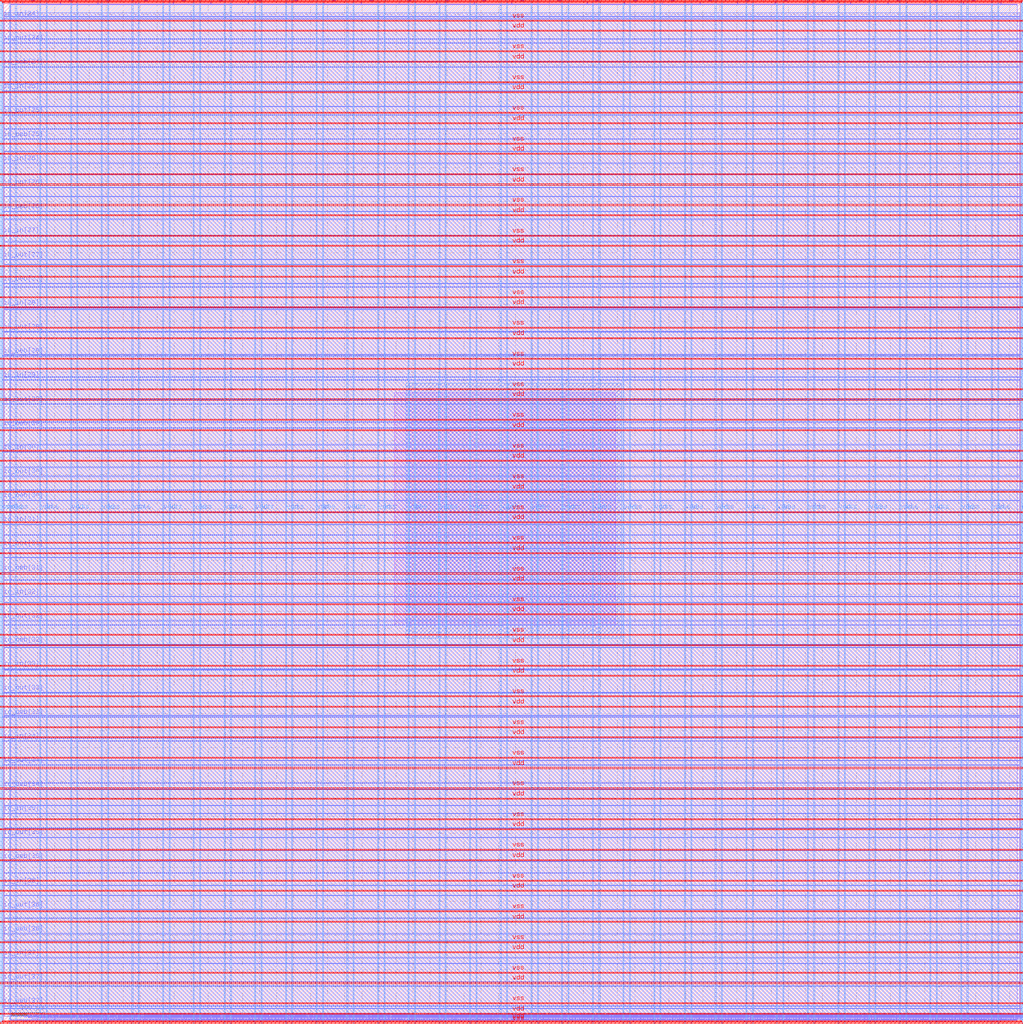
<source format=lef>
VERSION 5.7 ;
  NOWIREEXTENSIONATPIN ON ;
  DIVIDERCHAR "/" ;
  BUSBITCHARS "[]" ;
MACRO user_project_wrapper
  CLASS BLOCK ;
  FOREIGN user_project_wrapper ;
  ORIGIN 0.000 0.000 ;
  SIZE 2980.200 BY 2980.200 ;
  PIN io_in[0]
    DIRECTION INPUT ;
    USE SIGNAL ;
    PORT
      LAYER Metal3 ;
        RECT 2977.800 35.560 2985.000 36.680 ;
    END
  END io_in[0]
  PIN io_in[10]
    DIRECTION INPUT ;
    USE SIGNAL ;
    PORT
      LAYER Metal3 ;
        RECT 2977.800 2017.960 2985.000 2019.080 ;
    END
  END io_in[10]
  PIN io_in[11]
    DIRECTION INPUT ;
    USE SIGNAL ;
    PORT
      LAYER Metal3 ;
        RECT 2977.800 2216.200 2985.000 2217.320 ;
    END
  END io_in[11]
  PIN io_in[12]
    DIRECTION INPUT ;
    USE SIGNAL ;
    PORT
      LAYER Metal3 ;
        RECT 2977.800 2414.440 2985.000 2415.560 ;
    END
  END io_in[12]
  PIN io_in[13]
    DIRECTION INPUT ;
    USE SIGNAL ;
    PORT
      LAYER Metal3 ;
        RECT 2977.800 2612.680 2985.000 2613.800 ;
    END
  END io_in[13]
  PIN io_in[14]
    DIRECTION INPUT ;
    USE SIGNAL ;
    PORT
      LAYER Metal3 ;
        RECT 2977.800 2810.920 2985.000 2812.040 ;
    END
  END io_in[14]
  PIN io_in[15]
    DIRECTION INPUT ;
    USE SIGNAL ;
    PORT
      LAYER Metal2 ;
        RECT 2923.480 2977.800 2924.600 2985.000 ;
    END
  END io_in[15]
  PIN io_in[16]
    DIRECTION INPUT ;
    USE SIGNAL ;
    PORT
      LAYER Metal2 ;
        RECT 2592.520 2977.800 2593.640 2985.000 ;
    END
  END io_in[16]
  PIN io_in[17]
    DIRECTION INPUT ;
    USE SIGNAL ;
    PORT
      LAYER Metal2 ;
        RECT 2261.560 2977.800 2262.680 2985.000 ;
    END
  END io_in[17]
  PIN io_in[18]
    DIRECTION INPUT ;
    USE SIGNAL ;
    PORT
      LAYER Metal2 ;
        RECT 1930.600 2977.800 1931.720 2985.000 ;
    END
  END io_in[18]
  PIN io_in[19]
    DIRECTION INPUT ;
    USE SIGNAL ;
    PORT
      LAYER Metal2 ;
        RECT 1599.640 2977.800 1600.760 2985.000 ;
    END
  END io_in[19]
  PIN io_in[1]
    DIRECTION INPUT ;
    USE SIGNAL ;
    PORT
      LAYER Metal3 ;
        RECT 2977.800 233.800 2985.000 234.920 ;
    END
  END io_in[1]
  PIN io_in[20]
    DIRECTION INPUT ;
    USE SIGNAL ;
    PORT
      LAYER Metal2 ;
        RECT 1268.680 2977.800 1269.800 2985.000 ;
    END
  END io_in[20]
  PIN io_in[21]
    DIRECTION INPUT ;
    USE SIGNAL ;
    PORT
      LAYER Metal2 ;
        RECT 937.720 2977.800 938.840 2985.000 ;
    END
  END io_in[21]
  PIN io_in[22]
    DIRECTION INPUT ;
    USE SIGNAL ;
    PORT
      LAYER Metal2 ;
        RECT 606.760 2977.800 607.880 2985.000 ;
    END
  END io_in[22]
  PIN io_in[23]
    DIRECTION INPUT ;
    USE SIGNAL ;
    PORT
      LAYER Metal2 ;
        RECT 275.800 2977.800 276.920 2985.000 ;
    END
  END io_in[23]
  PIN io_in[24]
    DIRECTION INPUT ;
    USE SIGNAL ;
    PORT
      LAYER Metal3 ;
        RECT -4.800 2935.800 2.400 2936.920 ;
    END
  END io_in[24]
  PIN io_in[25]
    DIRECTION INPUT ;
    USE SIGNAL ;
    PORT
      LAYER Metal3 ;
        RECT -4.800 2724.120 2.400 2725.240 ;
    END
  END io_in[25]
  PIN io_in[26]
    DIRECTION INPUT ;
    USE SIGNAL ;
    PORT
      LAYER Metal3 ;
        RECT -4.800 2512.440 2.400 2513.560 ;
    END
  END io_in[26]
  PIN io_in[27]
    DIRECTION INPUT ;
    USE SIGNAL ;
    PORT
      LAYER Metal3 ;
        RECT -4.800 2300.760 2.400 2301.880 ;
    END
  END io_in[27]
  PIN io_in[28]
    DIRECTION INPUT ;
    USE SIGNAL ;
    PORT
      LAYER Metal3 ;
        RECT -4.800 2089.080 2.400 2090.200 ;
    END
  END io_in[28]
  PIN io_in[29]
    DIRECTION INPUT ;
    USE SIGNAL ;
    PORT
      LAYER Metal3 ;
        RECT -4.800 1877.400 2.400 1878.520 ;
    END
  END io_in[29]
  PIN io_in[2]
    DIRECTION INPUT ;
    USE SIGNAL ;
    PORT
      LAYER Metal3 ;
        RECT 2977.800 432.040 2985.000 433.160 ;
    END
  END io_in[2]
  PIN io_in[30]
    DIRECTION INPUT ;
    USE SIGNAL ;
    PORT
      LAYER Metal3 ;
        RECT -4.800 1665.720 2.400 1666.840 ;
    END
  END io_in[30]
  PIN io_in[31]
    DIRECTION INPUT ;
    USE SIGNAL ;
    PORT
      LAYER Metal3 ;
        RECT -4.800 1454.040 2.400 1455.160 ;
    END
  END io_in[31]
  PIN io_in[32]
    DIRECTION INPUT ;
    USE SIGNAL ;
    PORT
      LAYER Metal3 ;
        RECT -4.800 1242.360 2.400 1243.480 ;
    END
  END io_in[32]
  PIN io_in[33]
    DIRECTION INPUT ;
    USE SIGNAL ;
    PORT
      LAYER Metal3 ;
        RECT -4.800 1030.680 2.400 1031.800 ;
    END
  END io_in[33]
  PIN io_in[34]
    DIRECTION INPUT ;
    USE SIGNAL ;
    PORT
      LAYER Metal3 ;
        RECT -4.800 819.000 2.400 820.120 ;
    END
  END io_in[34]
  PIN io_in[35]
    DIRECTION INPUT ;
    USE SIGNAL ;
    PORT
      LAYER Metal3 ;
        RECT -4.800 607.320 2.400 608.440 ;
    END
  END io_in[35]
  PIN io_in[36]
    DIRECTION INPUT ;
    USE SIGNAL ;
    PORT
      LAYER Metal3 ;
        RECT -4.800 395.640 2.400 396.760 ;
    END
  END io_in[36]
  PIN io_in[37]
    DIRECTION INPUT ;
    USE SIGNAL ;
    PORT
      LAYER Metal3 ;
        RECT -4.800 183.960 2.400 185.080 ;
    END
  END io_in[37]
  PIN io_in[3]
    DIRECTION INPUT ;
    USE SIGNAL ;
    PORT
      LAYER Metal3 ;
        RECT 2977.800 630.280 2985.000 631.400 ;
    END
  END io_in[3]
  PIN io_in[4]
    DIRECTION INPUT ;
    USE SIGNAL ;
    PORT
      LAYER Metal3 ;
        RECT 2977.800 828.520 2985.000 829.640 ;
    END
  END io_in[4]
  PIN io_in[5]
    DIRECTION INPUT ;
    USE SIGNAL ;
    PORT
      LAYER Metal3 ;
        RECT 2977.800 1026.760 2985.000 1027.880 ;
    END
  END io_in[5]
  PIN io_in[6]
    DIRECTION INPUT ;
    USE SIGNAL ;
    PORT
      LAYER Metal3 ;
        RECT 2977.800 1225.000 2985.000 1226.120 ;
    END
  END io_in[6]
  PIN io_in[7]
    DIRECTION INPUT ;
    USE SIGNAL ;
    PORT
      LAYER Metal3 ;
        RECT 2977.800 1423.240 2985.000 1424.360 ;
    END
  END io_in[7]
  PIN io_in[8]
    DIRECTION INPUT ;
    USE SIGNAL ;
    PORT
      LAYER Metal3 ;
        RECT 2977.800 1621.480 2985.000 1622.600 ;
    END
  END io_in[8]
  PIN io_in[9]
    DIRECTION INPUT ;
    USE SIGNAL ;
    PORT
      LAYER Metal3 ;
        RECT 2977.800 1819.720 2985.000 1820.840 ;
    END
  END io_in[9]
  PIN io_oeb[0]
    DIRECTION OUTPUT TRISTATE ;
    USE SIGNAL ;
    PORT
      LAYER Metal3 ;
        RECT 2977.800 167.720 2985.000 168.840 ;
    END
  END io_oeb[0]
  PIN io_oeb[10]
    DIRECTION OUTPUT TRISTATE ;
    USE SIGNAL ;
    PORT
      LAYER Metal3 ;
        RECT 2977.800 2150.120 2985.000 2151.240 ;
    END
  END io_oeb[10]
  PIN io_oeb[11]
    DIRECTION OUTPUT TRISTATE ;
    USE SIGNAL ;
    PORT
      LAYER Metal3 ;
        RECT 2977.800 2348.360 2985.000 2349.480 ;
    END
  END io_oeb[11]
  PIN io_oeb[12]
    DIRECTION OUTPUT TRISTATE ;
    USE SIGNAL ;
    PORT
      LAYER Metal3 ;
        RECT 2977.800 2546.600 2985.000 2547.720 ;
    END
  END io_oeb[12]
  PIN io_oeb[13]
    DIRECTION OUTPUT TRISTATE ;
    USE SIGNAL ;
    PORT
      LAYER Metal3 ;
        RECT 2977.800 2744.840 2985.000 2745.960 ;
    END
  END io_oeb[13]
  PIN io_oeb[14]
    DIRECTION OUTPUT TRISTATE ;
    USE SIGNAL ;
    PORT
      LAYER Metal3 ;
        RECT 2977.800 2943.080 2985.000 2944.200 ;
    END
  END io_oeb[14]
  PIN io_oeb[15]
    DIRECTION OUTPUT TRISTATE ;
    USE SIGNAL ;
    PORT
      LAYER Metal2 ;
        RECT 2702.840 2977.800 2703.960 2985.000 ;
    END
  END io_oeb[15]
  PIN io_oeb[16]
    DIRECTION OUTPUT TRISTATE ;
    USE SIGNAL ;
    PORT
      LAYER Metal2 ;
        RECT 2371.880 2977.800 2373.000 2985.000 ;
    END
  END io_oeb[16]
  PIN io_oeb[17]
    DIRECTION OUTPUT TRISTATE ;
    USE SIGNAL ;
    PORT
      LAYER Metal2 ;
        RECT 2040.920 2977.800 2042.040 2985.000 ;
    END
  END io_oeb[17]
  PIN io_oeb[18]
    DIRECTION OUTPUT TRISTATE ;
    USE SIGNAL ;
    PORT
      LAYER Metal2 ;
        RECT 1709.960 2977.800 1711.080 2985.000 ;
    END
  END io_oeb[18]
  PIN io_oeb[19]
    DIRECTION OUTPUT TRISTATE ;
    USE SIGNAL ;
    PORT
      LAYER Metal2 ;
        RECT 1379.000 2977.800 1380.120 2985.000 ;
    END
  END io_oeb[19]
  PIN io_oeb[1]
    DIRECTION OUTPUT TRISTATE ;
    USE SIGNAL ;
    PORT
      LAYER Metal3 ;
        RECT 2977.800 365.960 2985.000 367.080 ;
    END
  END io_oeb[1]
  PIN io_oeb[20]
    DIRECTION OUTPUT TRISTATE ;
    USE SIGNAL ;
    PORT
      LAYER Metal2 ;
        RECT 1048.040 2977.800 1049.160 2985.000 ;
    END
  END io_oeb[20]
  PIN io_oeb[21]
    DIRECTION OUTPUT TRISTATE ;
    USE SIGNAL ;
    PORT
      LAYER Metal2 ;
        RECT 717.080 2977.800 718.200 2985.000 ;
    END
  END io_oeb[21]
  PIN io_oeb[22]
    DIRECTION OUTPUT TRISTATE ;
    USE SIGNAL ;
    PORT
      LAYER Metal2 ;
        RECT 386.120 2977.800 387.240 2985.000 ;
    END
  END io_oeb[22]
  PIN io_oeb[23]
    DIRECTION OUTPUT TRISTATE ;
    USE SIGNAL ;
    PORT
      LAYER Metal2 ;
        RECT 55.160 2977.800 56.280 2985.000 ;
    END
  END io_oeb[23]
  PIN io_oeb[24]
    DIRECTION OUTPUT TRISTATE ;
    USE SIGNAL ;
    PORT
      LAYER Metal3 ;
        RECT -4.800 2794.680 2.400 2795.800 ;
    END
  END io_oeb[24]
  PIN io_oeb[25]
    DIRECTION OUTPUT TRISTATE ;
    USE SIGNAL ;
    PORT
      LAYER Metal3 ;
        RECT -4.800 2583.000 2.400 2584.120 ;
    END
  END io_oeb[25]
  PIN io_oeb[26]
    DIRECTION OUTPUT TRISTATE ;
    USE SIGNAL ;
    PORT
      LAYER Metal3 ;
        RECT -4.800 2371.320 2.400 2372.440 ;
    END
  END io_oeb[26]
  PIN io_oeb[27]
    DIRECTION OUTPUT TRISTATE ;
    USE SIGNAL ;
    PORT
      LAYER Metal3 ;
        RECT -4.800 2159.640 2.400 2160.760 ;
    END
  END io_oeb[27]
  PIN io_oeb[28]
    DIRECTION OUTPUT TRISTATE ;
    USE SIGNAL ;
    PORT
      LAYER Metal3 ;
        RECT -4.800 1947.960 2.400 1949.080 ;
    END
  END io_oeb[28]
  PIN io_oeb[29]
    DIRECTION OUTPUT TRISTATE ;
    USE SIGNAL ;
    PORT
      LAYER Metal3 ;
        RECT -4.800 1736.280 2.400 1737.400 ;
    END
  END io_oeb[29]
  PIN io_oeb[2]
    DIRECTION OUTPUT TRISTATE ;
    USE SIGNAL ;
    PORT
      LAYER Metal3 ;
        RECT 2977.800 564.200 2985.000 565.320 ;
    END
  END io_oeb[2]
  PIN io_oeb[30]
    DIRECTION OUTPUT TRISTATE ;
    USE SIGNAL ;
    PORT
      LAYER Metal3 ;
        RECT -4.800 1524.600 2.400 1525.720 ;
    END
  END io_oeb[30]
  PIN io_oeb[31]
    DIRECTION OUTPUT TRISTATE ;
    USE SIGNAL ;
    PORT
      LAYER Metal3 ;
        RECT -4.800 1312.920 2.400 1314.040 ;
    END
  END io_oeb[31]
  PIN io_oeb[32]
    DIRECTION OUTPUT TRISTATE ;
    USE SIGNAL ;
    PORT
      LAYER Metal3 ;
        RECT -4.800 1101.240 2.400 1102.360 ;
    END
  END io_oeb[32]
  PIN io_oeb[33]
    DIRECTION OUTPUT TRISTATE ;
    USE SIGNAL ;
    PORT
      LAYER Metal3 ;
        RECT -4.800 889.560 2.400 890.680 ;
    END
  END io_oeb[33]
  PIN io_oeb[34]
    DIRECTION OUTPUT TRISTATE ;
    USE SIGNAL ;
    PORT
      LAYER Metal3 ;
        RECT -4.800 677.880 2.400 679.000 ;
    END
  END io_oeb[34]
  PIN io_oeb[35]
    DIRECTION OUTPUT TRISTATE ;
    USE SIGNAL ;
    PORT
      LAYER Metal3 ;
        RECT -4.800 466.200 2.400 467.320 ;
    END
  END io_oeb[35]
  PIN io_oeb[36]
    DIRECTION OUTPUT TRISTATE ;
    USE SIGNAL ;
    PORT
      LAYER Metal3 ;
        RECT -4.800 254.520 2.400 255.640 ;
    END
  END io_oeb[36]
  PIN io_oeb[37]
    DIRECTION OUTPUT TRISTATE ;
    USE SIGNAL ;
    PORT
      LAYER Metal3 ;
        RECT -4.800 42.840 2.400 43.960 ;
    END
  END io_oeb[37]
  PIN io_oeb[3]
    DIRECTION OUTPUT TRISTATE ;
    USE SIGNAL ;
    PORT
      LAYER Metal3 ;
        RECT 2977.800 762.440 2985.000 763.560 ;
    END
  END io_oeb[3]
  PIN io_oeb[4]
    DIRECTION OUTPUT TRISTATE ;
    USE SIGNAL ;
    PORT
      LAYER Metal3 ;
        RECT 2977.800 960.680 2985.000 961.800 ;
    END
  END io_oeb[4]
  PIN io_oeb[5]
    DIRECTION OUTPUT TRISTATE ;
    USE SIGNAL ;
    PORT
      LAYER Metal3 ;
        RECT 2977.800 1158.920 2985.000 1160.040 ;
    END
  END io_oeb[5]
  PIN io_oeb[6]
    DIRECTION OUTPUT TRISTATE ;
    USE SIGNAL ;
    PORT
      LAYER Metal3 ;
        RECT 2977.800 1357.160 2985.000 1358.280 ;
    END
  END io_oeb[6]
  PIN io_oeb[7]
    DIRECTION OUTPUT TRISTATE ;
    USE SIGNAL ;
    PORT
      LAYER Metal3 ;
        RECT 2977.800 1555.400 2985.000 1556.520 ;
    END
  END io_oeb[7]
  PIN io_oeb[8]
    DIRECTION OUTPUT TRISTATE ;
    USE SIGNAL ;
    PORT
      LAYER Metal3 ;
        RECT 2977.800 1753.640 2985.000 1754.760 ;
    END
  END io_oeb[8]
  PIN io_oeb[9]
    DIRECTION OUTPUT TRISTATE ;
    USE SIGNAL ;
    PORT
      LAYER Metal3 ;
        RECT 2977.800 1951.880 2985.000 1953.000 ;
    END
  END io_oeb[9]
  PIN io_out[0]
    DIRECTION OUTPUT TRISTATE ;
    USE SIGNAL ;
    PORT
      LAYER Metal3 ;
        RECT 2977.800 101.640 2985.000 102.760 ;
    END
  END io_out[0]
  PIN io_out[10]
    DIRECTION OUTPUT TRISTATE ;
    USE SIGNAL ;
    PORT
      LAYER Metal3 ;
        RECT 2977.800 2084.040 2985.000 2085.160 ;
    END
  END io_out[10]
  PIN io_out[11]
    DIRECTION OUTPUT TRISTATE ;
    USE SIGNAL ;
    PORT
      LAYER Metal3 ;
        RECT 2977.800 2282.280 2985.000 2283.400 ;
    END
  END io_out[11]
  PIN io_out[12]
    DIRECTION OUTPUT TRISTATE ;
    USE SIGNAL ;
    PORT
      LAYER Metal3 ;
        RECT 2977.800 2480.520 2985.000 2481.640 ;
    END
  END io_out[12]
  PIN io_out[13]
    DIRECTION OUTPUT TRISTATE ;
    USE SIGNAL ;
    PORT
      LAYER Metal3 ;
        RECT 2977.800 2678.760 2985.000 2679.880 ;
    END
  END io_out[13]
  PIN io_out[14]
    DIRECTION OUTPUT TRISTATE ;
    USE SIGNAL ;
    PORT
      LAYER Metal3 ;
        RECT 2977.800 2877.000 2985.000 2878.120 ;
    END
  END io_out[14]
  PIN io_out[15]
    DIRECTION OUTPUT TRISTATE ;
    USE SIGNAL ;
    PORT
      LAYER Metal2 ;
        RECT 2813.160 2977.800 2814.280 2985.000 ;
    END
  END io_out[15]
  PIN io_out[16]
    DIRECTION OUTPUT TRISTATE ;
    USE SIGNAL ;
    PORT
      LAYER Metal2 ;
        RECT 2482.200 2977.800 2483.320 2985.000 ;
    END
  END io_out[16]
  PIN io_out[17]
    DIRECTION OUTPUT TRISTATE ;
    USE SIGNAL ;
    PORT
      LAYER Metal2 ;
        RECT 2151.240 2977.800 2152.360 2985.000 ;
    END
  END io_out[17]
  PIN io_out[18]
    DIRECTION OUTPUT TRISTATE ;
    USE SIGNAL ;
    PORT
      LAYER Metal2 ;
        RECT 1820.280 2977.800 1821.400 2985.000 ;
    END
  END io_out[18]
  PIN io_out[19]
    DIRECTION OUTPUT TRISTATE ;
    USE SIGNAL ;
    PORT
      LAYER Metal2 ;
        RECT 1489.320 2977.800 1490.440 2985.000 ;
    END
  END io_out[19]
  PIN io_out[1]
    DIRECTION OUTPUT TRISTATE ;
    USE SIGNAL ;
    PORT
      LAYER Metal3 ;
        RECT 2977.800 299.880 2985.000 301.000 ;
    END
  END io_out[1]
  PIN io_out[20]
    DIRECTION OUTPUT TRISTATE ;
    USE SIGNAL ;
    PORT
      LAYER Metal2 ;
        RECT 1158.360 2977.800 1159.480 2985.000 ;
    END
  END io_out[20]
  PIN io_out[21]
    DIRECTION OUTPUT TRISTATE ;
    USE SIGNAL ;
    PORT
      LAYER Metal2 ;
        RECT 827.400 2977.800 828.520 2985.000 ;
    END
  END io_out[21]
  PIN io_out[22]
    DIRECTION OUTPUT TRISTATE ;
    USE SIGNAL ;
    PORT
      LAYER Metal2 ;
        RECT 496.440 2977.800 497.560 2985.000 ;
    END
  END io_out[22]
  PIN io_out[23]
    DIRECTION OUTPUT TRISTATE ;
    USE SIGNAL ;
    PORT
      LAYER Metal2 ;
        RECT 165.480 2977.800 166.600 2985.000 ;
    END
  END io_out[23]
  PIN io_out[24]
    DIRECTION OUTPUT TRISTATE ;
    USE SIGNAL ;
    PORT
      LAYER Metal3 ;
        RECT -4.800 2865.240 2.400 2866.360 ;
    END
  END io_out[24]
  PIN io_out[25]
    DIRECTION OUTPUT TRISTATE ;
    USE SIGNAL ;
    PORT
      LAYER Metal3 ;
        RECT -4.800 2653.560 2.400 2654.680 ;
    END
  END io_out[25]
  PIN io_out[26]
    DIRECTION OUTPUT TRISTATE ;
    USE SIGNAL ;
    PORT
      LAYER Metal3 ;
        RECT -4.800 2441.880 2.400 2443.000 ;
    END
  END io_out[26]
  PIN io_out[27]
    DIRECTION OUTPUT TRISTATE ;
    USE SIGNAL ;
    PORT
      LAYER Metal3 ;
        RECT -4.800 2230.200 2.400 2231.320 ;
    END
  END io_out[27]
  PIN io_out[28]
    DIRECTION OUTPUT TRISTATE ;
    USE SIGNAL ;
    PORT
      LAYER Metal3 ;
        RECT -4.800 2018.520 2.400 2019.640 ;
    END
  END io_out[28]
  PIN io_out[29]
    DIRECTION OUTPUT TRISTATE ;
    USE SIGNAL ;
    PORT
      LAYER Metal3 ;
        RECT -4.800 1806.840 2.400 1807.960 ;
    END
  END io_out[29]
  PIN io_out[2]
    DIRECTION OUTPUT TRISTATE ;
    USE SIGNAL ;
    PORT
      LAYER Metal3 ;
        RECT 2977.800 498.120 2985.000 499.240 ;
    END
  END io_out[2]
  PIN io_out[30]
    DIRECTION OUTPUT TRISTATE ;
    USE SIGNAL ;
    PORT
      LAYER Metal3 ;
        RECT -4.800 1595.160 2.400 1596.280 ;
    END
  END io_out[30]
  PIN io_out[31]
    DIRECTION OUTPUT TRISTATE ;
    USE SIGNAL ;
    PORT
      LAYER Metal3 ;
        RECT -4.800 1383.480 2.400 1384.600 ;
    END
  END io_out[31]
  PIN io_out[32]
    DIRECTION OUTPUT TRISTATE ;
    USE SIGNAL ;
    PORT
      LAYER Metal3 ;
        RECT -4.800 1171.800 2.400 1172.920 ;
    END
  END io_out[32]
  PIN io_out[33]
    DIRECTION OUTPUT TRISTATE ;
    USE SIGNAL ;
    PORT
      LAYER Metal3 ;
        RECT -4.800 960.120 2.400 961.240 ;
    END
  END io_out[33]
  PIN io_out[34]
    DIRECTION OUTPUT TRISTATE ;
    USE SIGNAL ;
    PORT
      LAYER Metal3 ;
        RECT -4.800 748.440 2.400 749.560 ;
    END
  END io_out[34]
  PIN io_out[35]
    DIRECTION OUTPUT TRISTATE ;
    USE SIGNAL ;
    PORT
      LAYER Metal3 ;
        RECT -4.800 536.760 2.400 537.880 ;
    END
  END io_out[35]
  PIN io_out[36]
    DIRECTION OUTPUT TRISTATE ;
    USE SIGNAL ;
    PORT
      LAYER Metal3 ;
        RECT -4.800 325.080 2.400 326.200 ;
    END
  END io_out[36]
  PIN io_out[37]
    DIRECTION OUTPUT TRISTATE ;
    USE SIGNAL ;
    PORT
      LAYER Metal3 ;
        RECT -4.800 113.400 2.400 114.520 ;
    END
  END io_out[37]
  PIN io_out[3]
    DIRECTION OUTPUT TRISTATE ;
    USE SIGNAL ;
    PORT
      LAYER Metal3 ;
        RECT 2977.800 696.360 2985.000 697.480 ;
    END
  END io_out[3]
  PIN io_out[4]
    DIRECTION OUTPUT TRISTATE ;
    USE SIGNAL ;
    PORT
      LAYER Metal3 ;
        RECT 2977.800 894.600 2985.000 895.720 ;
    END
  END io_out[4]
  PIN io_out[5]
    DIRECTION OUTPUT TRISTATE ;
    USE SIGNAL ;
    PORT
      LAYER Metal3 ;
        RECT 2977.800 1092.840 2985.000 1093.960 ;
    END
  END io_out[5]
  PIN io_out[6]
    DIRECTION OUTPUT TRISTATE ;
    USE SIGNAL ;
    PORT
      LAYER Metal3 ;
        RECT 2977.800 1291.080 2985.000 1292.200 ;
    END
  END io_out[6]
  PIN io_out[7]
    DIRECTION OUTPUT TRISTATE ;
    USE SIGNAL ;
    PORT
      LAYER Metal3 ;
        RECT 2977.800 1489.320 2985.000 1490.440 ;
    END
  END io_out[7]
  PIN io_out[8]
    DIRECTION OUTPUT TRISTATE ;
    USE SIGNAL ;
    PORT
      LAYER Metal3 ;
        RECT 2977.800 1687.560 2985.000 1688.680 ;
    END
  END io_out[8]
  PIN io_out[9]
    DIRECTION OUTPUT TRISTATE ;
    USE SIGNAL ;
    PORT
      LAYER Metal3 ;
        RECT 2977.800 1885.800 2985.000 1886.920 ;
    END
  END io_out[9]
  PIN la_data_in[0]
    DIRECTION INPUT ;
    USE SIGNAL ;
    PORT
      LAYER Metal2 ;
        RECT 1065.960 -4.800 1067.080 2.400 ;
    END
  END la_data_in[0]
  PIN la_data_in[10]
    DIRECTION INPUT ;
    USE SIGNAL ;
    PORT
      LAYER Metal2 ;
        RECT 1351.560 -4.800 1352.680 2.400 ;
    END
  END la_data_in[10]
  PIN la_data_in[11]
    DIRECTION INPUT ;
    USE SIGNAL ;
    PORT
      LAYER Metal2 ;
        RECT 1380.120 -4.800 1381.240 2.400 ;
    END
  END la_data_in[11]
  PIN la_data_in[12]
    DIRECTION INPUT ;
    USE SIGNAL ;
    PORT
      LAYER Metal2 ;
        RECT 1408.680 -4.800 1409.800 2.400 ;
    END
  END la_data_in[12]
  PIN la_data_in[13]
    DIRECTION INPUT ;
    USE SIGNAL ;
    PORT
      LAYER Metal2 ;
        RECT 1437.240 -4.800 1438.360 2.400 ;
    END
  END la_data_in[13]
  PIN la_data_in[14]
    DIRECTION INPUT ;
    USE SIGNAL ;
    PORT
      LAYER Metal2 ;
        RECT 1465.800 -4.800 1466.920 2.400 ;
    END
  END la_data_in[14]
  PIN la_data_in[15]
    DIRECTION INPUT ;
    USE SIGNAL ;
    PORT
      LAYER Metal2 ;
        RECT 1494.360 -4.800 1495.480 2.400 ;
    END
  END la_data_in[15]
  PIN la_data_in[16]
    DIRECTION INPUT ;
    USE SIGNAL ;
    PORT
      LAYER Metal2 ;
        RECT 1522.920 -4.800 1524.040 2.400 ;
    END
  END la_data_in[16]
  PIN la_data_in[17]
    DIRECTION INPUT ;
    USE SIGNAL ;
    PORT
      LAYER Metal2 ;
        RECT 1551.480 -4.800 1552.600 2.400 ;
    END
  END la_data_in[17]
  PIN la_data_in[18]
    DIRECTION INPUT ;
    USE SIGNAL ;
    PORT
      LAYER Metal2 ;
        RECT 1580.040 -4.800 1581.160 2.400 ;
    END
  END la_data_in[18]
  PIN la_data_in[19]
    DIRECTION INPUT ;
    USE SIGNAL ;
    PORT
      LAYER Metal2 ;
        RECT 1608.600 -4.800 1609.720 2.400 ;
    END
  END la_data_in[19]
  PIN la_data_in[1]
    DIRECTION INPUT ;
    USE SIGNAL ;
    PORT
      LAYER Metal2 ;
        RECT 1094.520 -4.800 1095.640 2.400 ;
    END
  END la_data_in[1]
  PIN la_data_in[20]
    DIRECTION INPUT ;
    USE SIGNAL ;
    PORT
      LAYER Metal2 ;
        RECT 1637.160 -4.800 1638.280 2.400 ;
    END
  END la_data_in[20]
  PIN la_data_in[21]
    DIRECTION INPUT ;
    USE SIGNAL ;
    PORT
      LAYER Metal2 ;
        RECT 1665.720 -4.800 1666.840 2.400 ;
    END
  END la_data_in[21]
  PIN la_data_in[22]
    DIRECTION INPUT ;
    USE SIGNAL ;
    PORT
      LAYER Metal2 ;
        RECT 1694.280 -4.800 1695.400 2.400 ;
    END
  END la_data_in[22]
  PIN la_data_in[23]
    DIRECTION INPUT ;
    USE SIGNAL ;
    PORT
      LAYER Metal2 ;
        RECT 1722.840 -4.800 1723.960 2.400 ;
    END
  END la_data_in[23]
  PIN la_data_in[24]
    DIRECTION INPUT ;
    USE SIGNAL ;
    PORT
      LAYER Metal2 ;
        RECT 1751.400 -4.800 1752.520 2.400 ;
    END
  END la_data_in[24]
  PIN la_data_in[25]
    DIRECTION INPUT ;
    USE SIGNAL ;
    PORT
      LAYER Metal2 ;
        RECT 1779.960 -4.800 1781.080 2.400 ;
    END
  END la_data_in[25]
  PIN la_data_in[26]
    DIRECTION INPUT ;
    USE SIGNAL ;
    PORT
      LAYER Metal2 ;
        RECT 1808.520 -4.800 1809.640 2.400 ;
    END
  END la_data_in[26]
  PIN la_data_in[27]
    DIRECTION INPUT ;
    USE SIGNAL ;
    PORT
      LAYER Metal2 ;
        RECT 1837.080 -4.800 1838.200 2.400 ;
    END
  END la_data_in[27]
  PIN la_data_in[28]
    DIRECTION INPUT ;
    USE SIGNAL ;
    PORT
      LAYER Metal2 ;
        RECT 1865.640 -4.800 1866.760 2.400 ;
    END
  END la_data_in[28]
  PIN la_data_in[29]
    DIRECTION INPUT ;
    USE SIGNAL ;
    PORT
      LAYER Metal2 ;
        RECT 1894.200 -4.800 1895.320 2.400 ;
    END
  END la_data_in[29]
  PIN la_data_in[2]
    DIRECTION INPUT ;
    USE SIGNAL ;
    PORT
      LAYER Metal2 ;
        RECT 1123.080 -4.800 1124.200 2.400 ;
    END
  END la_data_in[2]
  PIN la_data_in[30]
    DIRECTION INPUT ;
    USE SIGNAL ;
    PORT
      LAYER Metal2 ;
        RECT 1922.760 -4.800 1923.880 2.400 ;
    END
  END la_data_in[30]
  PIN la_data_in[31]
    DIRECTION INPUT ;
    USE SIGNAL ;
    PORT
      LAYER Metal2 ;
        RECT 1951.320 -4.800 1952.440 2.400 ;
    END
  END la_data_in[31]
  PIN la_data_in[32]
    DIRECTION INPUT ;
    USE SIGNAL ;
    PORT
      LAYER Metal2 ;
        RECT 1979.880 -4.800 1981.000 2.400 ;
    END
  END la_data_in[32]
  PIN la_data_in[33]
    DIRECTION INPUT ;
    USE SIGNAL ;
    PORT
      LAYER Metal2 ;
        RECT 2008.440 -4.800 2009.560 2.400 ;
    END
  END la_data_in[33]
  PIN la_data_in[34]
    DIRECTION INPUT ;
    USE SIGNAL ;
    PORT
      LAYER Metal2 ;
        RECT 2037.000 -4.800 2038.120 2.400 ;
    END
  END la_data_in[34]
  PIN la_data_in[35]
    DIRECTION INPUT ;
    USE SIGNAL ;
    PORT
      LAYER Metal2 ;
        RECT 2065.560 -4.800 2066.680 2.400 ;
    END
  END la_data_in[35]
  PIN la_data_in[36]
    DIRECTION INPUT ;
    USE SIGNAL ;
    PORT
      LAYER Metal2 ;
        RECT 2094.120 -4.800 2095.240 2.400 ;
    END
  END la_data_in[36]
  PIN la_data_in[37]
    DIRECTION INPUT ;
    USE SIGNAL ;
    PORT
      LAYER Metal2 ;
        RECT 2122.680 -4.800 2123.800 2.400 ;
    END
  END la_data_in[37]
  PIN la_data_in[38]
    DIRECTION INPUT ;
    USE SIGNAL ;
    PORT
      LAYER Metal2 ;
        RECT 2151.240 -4.800 2152.360 2.400 ;
    END
  END la_data_in[38]
  PIN la_data_in[39]
    DIRECTION INPUT ;
    USE SIGNAL ;
    PORT
      LAYER Metal2 ;
        RECT 2179.800 -4.800 2180.920 2.400 ;
    END
  END la_data_in[39]
  PIN la_data_in[3]
    DIRECTION INPUT ;
    USE SIGNAL ;
    PORT
      LAYER Metal2 ;
        RECT 1151.640 -4.800 1152.760 2.400 ;
    END
  END la_data_in[3]
  PIN la_data_in[40]
    DIRECTION INPUT ;
    USE SIGNAL ;
    PORT
      LAYER Metal2 ;
        RECT 2208.360 -4.800 2209.480 2.400 ;
    END
  END la_data_in[40]
  PIN la_data_in[41]
    DIRECTION INPUT ;
    USE SIGNAL ;
    PORT
      LAYER Metal2 ;
        RECT 2236.920 -4.800 2238.040 2.400 ;
    END
  END la_data_in[41]
  PIN la_data_in[42]
    DIRECTION INPUT ;
    USE SIGNAL ;
    PORT
      LAYER Metal2 ;
        RECT 2265.480 -4.800 2266.600 2.400 ;
    END
  END la_data_in[42]
  PIN la_data_in[43]
    DIRECTION INPUT ;
    USE SIGNAL ;
    PORT
      LAYER Metal2 ;
        RECT 2294.040 -4.800 2295.160 2.400 ;
    END
  END la_data_in[43]
  PIN la_data_in[44]
    DIRECTION INPUT ;
    USE SIGNAL ;
    PORT
      LAYER Metal2 ;
        RECT 2322.600 -4.800 2323.720 2.400 ;
    END
  END la_data_in[44]
  PIN la_data_in[45]
    DIRECTION INPUT ;
    USE SIGNAL ;
    PORT
      LAYER Metal2 ;
        RECT 2351.160 -4.800 2352.280 2.400 ;
    END
  END la_data_in[45]
  PIN la_data_in[46]
    DIRECTION INPUT ;
    USE SIGNAL ;
    PORT
      LAYER Metal2 ;
        RECT 2379.720 -4.800 2380.840 2.400 ;
    END
  END la_data_in[46]
  PIN la_data_in[47]
    DIRECTION INPUT ;
    USE SIGNAL ;
    PORT
      LAYER Metal2 ;
        RECT 2408.280 -4.800 2409.400 2.400 ;
    END
  END la_data_in[47]
  PIN la_data_in[48]
    DIRECTION INPUT ;
    USE SIGNAL ;
    PORT
      LAYER Metal2 ;
        RECT 2436.840 -4.800 2437.960 2.400 ;
    END
  END la_data_in[48]
  PIN la_data_in[49]
    DIRECTION INPUT ;
    USE SIGNAL ;
    PORT
      LAYER Metal2 ;
        RECT 2465.400 -4.800 2466.520 2.400 ;
    END
  END la_data_in[49]
  PIN la_data_in[4]
    DIRECTION INPUT ;
    USE SIGNAL ;
    PORT
      LAYER Metal2 ;
        RECT 1180.200 -4.800 1181.320 2.400 ;
    END
  END la_data_in[4]
  PIN la_data_in[50]
    DIRECTION INPUT ;
    USE SIGNAL ;
    PORT
      LAYER Metal2 ;
        RECT 2493.960 -4.800 2495.080 2.400 ;
    END
  END la_data_in[50]
  PIN la_data_in[51]
    DIRECTION INPUT ;
    USE SIGNAL ;
    PORT
      LAYER Metal2 ;
        RECT 2522.520 -4.800 2523.640 2.400 ;
    END
  END la_data_in[51]
  PIN la_data_in[52]
    DIRECTION INPUT ;
    USE SIGNAL ;
    PORT
      LAYER Metal2 ;
        RECT 2551.080 -4.800 2552.200 2.400 ;
    END
  END la_data_in[52]
  PIN la_data_in[53]
    DIRECTION INPUT ;
    USE SIGNAL ;
    PORT
      LAYER Metal2 ;
        RECT 2579.640 -4.800 2580.760 2.400 ;
    END
  END la_data_in[53]
  PIN la_data_in[54]
    DIRECTION INPUT ;
    USE SIGNAL ;
    PORT
      LAYER Metal2 ;
        RECT 2608.200 -4.800 2609.320 2.400 ;
    END
  END la_data_in[54]
  PIN la_data_in[55]
    DIRECTION INPUT ;
    USE SIGNAL ;
    PORT
      LAYER Metal2 ;
        RECT 2636.760 -4.800 2637.880 2.400 ;
    END
  END la_data_in[55]
  PIN la_data_in[56]
    DIRECTION INPUT ;
    USE SIGNAL ;
    PORT
      LAYER Metal2 ;
        RECT 2665.320 -4.800 2666.440 2.400 ;
    END
  END la_data_in[56]
  PIN la_data_in[57]
    DIRECTION INPUT ;
    USE SIGNAL ;
    PORT
      LAYER Metal2 ;
        RECT 2693.880 -4.800 2695.000 2.400 ;
    END
  END la_data_in[57]
  PIN la_data_in[58]
    DIRECTION INPUT ;
    USE SIGNAL ;
    PORT
      LAYER Metal2 ;
        RECT 2722.440 -4.800 2723.560 2.400 ;
    END
  END la_data_in[58]
  PIN la_data_in[59]
    DIRECTION INPUT ;
    USE SIGNAL ;
    PORT
      LAYER Metal2 ;
        RECT 2751.000 -4.800 2752.120 2.400 ;
    END
  END la_data_in[59]
  PIN la_data_in[5]
    DIRECTION INPUT ;
    USE SIGNAL ;
    PORT
      LAYER Metal2 ;
        RECT 1208.760 -4.800 1209.880 2.400 ;
    END
  END la_data_in[5]
  PIN la_data_in[60]
    DIRECTION INPUT ;
    USE SIGNAL ;
    PORT
      LAYER Metal2 ;
        RECT 2779.560 -4.800 2780.680 2.400 ;
    END
  END la_data_in[60]
  PIN la_data_in[61]
    DIRECTION INPUT ;
    USE SIGNAL ;
    PORT
      LAYER Metal2 ;
        RECT 2808.120 -4.800 2809.240 2.400 ;
    END
  END la_data_in[61]
  PIN la_data_in[62]
    DIRECTION INPUT ;
    USE SIGNAL ;
    PORT
      LAYER Metal2 ;
        RECT 2836.680 -4.800 2837.800 2.400 ;
    END
  END la_data_in[62]
  PIN la_data_in[63]
    DIRECTION INPUT ;
    USE SIGNAL ;
    PORT
      LAYER Metal2 ;
        RECT 2865.240 -4.800 2866.360 2.400 ;
    END
  END la_data_in[63]
  PIN la_data_in[6]
    DIRECTION INPUT ;
    USE SIGNAL ;
    PORT
      LAYER Metal2 ;
        RECT 1237.320 -4.800 1238.440 2.400 ;
    END
  END la_data_in[6]
  PIN la_data_in[7]
    DIRECTION INPUT ;
    USE SIGNAL ;
    PORT
      LAYER Metal2 ;
        RECT 1265.880 -4.800 1267.000 2.400 ;
    END
  END la_data_in[7]
  PIN la_data_in[8]
    DIRECTION INPUT ;
    USE SIGNAL ;
    PORT
      LAYER Metal2 ;
        RECT 1294.440 -4.800 1295.560 2.400 ;
    END
  END la_data_in[8]
  PIN la_data_in[9]
    DIRECTION INPUT ;
    USE SIGNAL ;
    PORT
      LAYER Metal2 ;
        RECT 1323.000 -4.800 1324.120 2.400 ;
    END
  END la_data_in[9]
  PIN la_data_out[0]
    DIRECTION OUTPUT TRISTATE ;
    USE SIGNAL ;
    PORT
      LAYER Metal2 ;
        RECT 1075.480 -4.800 1076.600 2.400 ;
    END
  END la_data_out[0]
  PIN la_data_out[10]
    DIRECTION OUTPUT TRISTATE ;
    USE SIGNAL ;
    PORT
      LAYER Metal2 ;
        RECT 1361.080 -4.800 1362.200 2.400 ;
    END
  END la_data_out[10]
  PIN la_data_out[11]
    DIRECTION OUTPUT TRISTATE ;
    USE SIGNAL ;
    PORT
      LAYER Metal2 ;
        RECT 1389.640 -4.800 1390.760 2.400 ;
    END
  END la_data_out[11]
  PIN la_data_out[12]
    DIRECTION OUTPUT TRISTATE ;
    USE SIGNAL ;
    PORT
      LAYER Metal2 ;
        RECT 1418.200 -4.800 1419.320 2.400 ;
    END
  END la_data_out[12]
  PIN la_data_out[13]
    DIRECTION OUTPUT TRISTATE ;
    USE SIGNAL ;
    PORT
      LAYER Metal2 ;
        RECT 1446.760 -4.800 1447.880 2.400 ;
    END
  END la_data_out[13]
  PIN la_data_out[14]
    DIRECTION OUTPUT TRISTATE ;
    USE SIGNAL ;
    PORT
      LAYER Metal2 ;
        RECT 1475.320 -4.800 1476.440 2.400 ;
    END
  END la_data_out[14]
  PIN la_data_out[15]
    DIRECTION OUTPUT TRISTATE ;
    USE SIGNAL ;
    PORT
      LAYER Metal2 ;
        RECT 1503.880 -4.800 1505.000 2.400 ;
    END
  END la_data_out[15]
  PIN la_data_out[16]
    DIRECTION OUTPUT TRISTATE ;
    USE SIGNAL ;
    PORT
      LAYER Metal2 ;
        RECT 1532.440 -4.800 1533.560 2.400 ;
    END
  END la_data_out[16]
  PIN la_data_out[17]
    DIRECTION OUTPUT TRISTATE ;
    USE SIGNAL ;
    PORT
      LAYER Metal2 ;
        RECT 1561.000 -4.800 1562.120 2.400 ;
    END
  END la_data_out[17]
  PIN la_data_out[18]
    DIRECTION OUTPUT TRISTATE ;
    USE SIGNAL ;
    PORT
      LAYER Metal2 ;
        RECT 1589.560 -4.800 1590.680 2.400 ;
    END
  END la_data_out[18]
  PIN la_data_out[19]
    DIRECTION OUTPUT TRISTATE ;
    USE SIGNAL ;
    PORT
      LAYER Metal2 ;
        RECT 1618.120 -4.800 1619.240 2.400 ;
    END
  END la_data_out[19]
  PIN la_data_out[1]
    DIRECTION OUTPUT TRISTATE ;
    USE SIGNAL ;
    PORT
      LAYER Metal2 ;
        RECT 1104.040 -4.800 1105.160 2.400 ;
    END
  END la_data_out[1]
  PIN la_data_out[20]
    DIRECTION OUTPUT TRISTATE ;
    USE SIGNAL ;
    PORT
      LAYER Metal2 ;
        RECT 1646.680 -4.800 1647.800 2.400 ;
    END
  END la_data_out[20]
  PIN la_data_out[21]
    DIRECTION OUTPUT TRISTATE ;
    USE SIGNAL ;
    PORT
      LAYER Metal2 ;
        RECT 1675.240 -4.800 1676.360 2.400 ;
    END
  END la_data_out[21]
  PIN la_data_out[22]
    DIRECTION OUTPUT TRISTATE ;
    USE SIGNAL ;
    PORT
      LAYER Metal2 ;
        RECT 1703.800 -4.800 1704.920 2.400 ;
    END
  END la_data_out[22]
  PIN la_data_out[23]
    DIRECTION OUTPUT TRISTATE ;
    USE SIGNAL ;
    PORT
      LAYER Metal2 ;
        RECT 1732.360 -4.800 1733.480 2.400 ;
    END
  END la_data_out[23]
  PIN la_data_out[24]
    DIRECTION OUTPUT TRISTATE ;
    USE SIGNAL ;
    PORT
      LAYER Metal2 ;
        RECT 1760.920 -4.800 1762.040 2.400 ;
    END
  END la_data_out[24]
  PIN la_data_out[25]
    DIRECTION OUTPUT TRISTATE ;
    USE SIGNAL ;
    PORT
      LAYER Metal2 ;
        RECT 1789.480 -4.800 1790.600 2.400 ;
    END
  END la_data_out[25]
  PIN la_data_out[26]
    DIRECTION OUTPUT TRISTATE ;
    USE SIGNAL ;
    PORT
      LAYER Metal2 ;
        RECT 1818.040 -4.800 1819.160 2.400 ;
    END
  END la_data_out[26]
  PIN la_data_out[27]
    DIRECTION OUTPUT TRISTATE ;
    USE SIGNAL ;
    PORT
      LAYER Metal2 ;
        RECT 1846.600 -4.800 1847.720 2.400 ;
    END
  END la_data_out[27]
  PIN la_data_out[28]
    DIRECTION OUTPUT TRISTATE ;
    USE SIGNAL ;
    PORT
      LAYER Metal2 ;
        RECT 1875.160 -4.800 1876.280 2.400 ;
    END
  END la_data_out[28]
  PIN la_data_out[29]
    DIRECTION OUTPUT TRISTATE ;
    USE SIGNAL ;
    PORT
      LAYER Metal2 ;
        RECT 1903.720 -4.800 1904.840 2.400 ;
    END
  END la_data_out[29]
  PIN la_data_out[2]
    DIRECTION OUTPUT TRISTATE ;
    USE SIGNAL ;
    PORT
      LAYER Metal2 ;
        RECT 1132.600 -4.800 1133.720 2.400 ;
    END
  END la_data_out[2]
  PIN la_data_out[30]
    DIRECTION OUTPUT TRISTATE ;
    USE SIGNAL ;
    PORT
      LAYER Metal2 ;
        RECT 1932.280 -4.800 1933.400 2.400 ;
    END
  END la_data_out[30]
  PIN la_data_out[31]
    DIRECTION OUTPUT TRISTATE ;
    USE SIGNAL ;
    PORT
      LAYER Metal2 ;
        RECT 1960.840 -4.800 1961.960 2.400 ;
    END
  END la_data_out[31]
  PIN la_data_out[32]
    DIRECTION OUTPUT TRISTATE ;
    USE SIGNAL ;
    PORT
      LAYER Metal2 ;
        RECT 1989.400 -4.800 1990.520 2.400 ;
    END
  END la_data_out[32]
  PIN la_data_out[33]
    DIRECTION OUTPUT TRISTATE ;
    USE SIGNAL ;
    PORT
      LAYER Metal2 ;
        RECT 2017.960 -4.800 2019.080 2.400 ;
    END
  END la_data_out[33]
  PIN la_data_out[34]
    DIRECTION OUTPUT TRISTATE ;
    USE SIGNAL ;
    PORT
      LAYER Metal2 ;
        RECT 2046.520 -4.800 2047.640 2.400 ;
    END
  END la_data_out[34]
  PIN la_data_out[35]
    DIRECTION OUTPUT TRISTATE ;
    USE SIGNAL ;
    PORT
      LAYER Metal2 ;
        RECT 2075.080 -4.800 2076.200 2.400 ;
    END
  END la_data_out[35]
  PIN la_data_out[36]
    DIRECTION OUTPUT TRISTATE ;
    USE SIGNAL ;
    PORT
      LAYER Metal2 ;
        RECT 2103.640 -4.800 2104.760 2.400 ;
    END
  END la_data_out[36]
  PIN la_data_out[37]
    DIRECTION OUTPUT TRISTATE ;
    USE SIGNAL ;
    PORT
      LAYER Metal2 ;
        RECT 2132.200 -4.800 2133.320 2.400 ;
    END
  END la_data_out[37]
  PIN la_data_out[38]
    DIRECTION OUTPUT TRISTATE ;
    USE SIGNAL ;
    PORT
      LAYER Metal2 ;
        RECT 2160.760 -4.800 2161.880 2.400 ;
    END
  END la_data_out[38]
  PIN la_data_out[39]
    DIRECTION OUTPUT TRISTATE ;
    USE SIGNAL ;
    PORT
      LAYER Metal2 ;
        RECT 2189.320 -4.800 2190.440 2.400 ;
    END
  END la_data_out[39]
  PIN la_data_out[3]
    DIRECTION OUTPUT TRISTATE ;
    USE SIGNAL ;
    PORT
      LAYER Metal2 ;
        RECT 1161.160 -4.800 1162.280 2.400 ;
    END
  END la_data_out[3]
  PIN la_data_out[40]
    DIRECTION OUTPUT TRISTATE ;
    USE SIGNAL ;
    PORT
      LAYER Metal2 ;
        RECT 2217.880 -4.800 2219.000 2.400 ;
    END
  END la_data_out[40]
  PIN la_data_out[41]
    DIRECTION OUTPUT TRISTATE ;
    USE SIGNAL ;
    PORT
      LAYER Metal2 ;
        RECT 2246.440 -4.800 2247.560 2.400 ;
    END
  END la_data_out[41]
  PIN la_data_out[42]
    DIRECTION OUTPUT TRISTATE ;
    USE SIGNAL ;
    PORT
      LAYER Metal2 ;
        RECT 2275.000 -4.800 2276.120 2.400 ;
    END
  END la_data_out[42]
  PIN la_data_out[43]
    DIRECTION OUTPUT TRISTATE ;
    USE SIGNAL ;
    PORT
      LAYER Metal2 ;
        RECT 2303.560 -4.800 2304.680 2.400 ;
    END
  END la_data_out[43]
  PIN la_data_out[44]
    DIRECTION OUTPUT TRISTATE ;
    USE SIGNAL ;
    PORT
      LAYER Metal2 ;
        RECT 2332.120 -4.800 2333.240 2.400 ;
    END
  END la_data_out[44]
  PIN la_data_out[45]
    DIRECTION OUTPUT TRISTATE ;
    USE SIGNAL ;
    PORT
      LAYER Metal2 ;
        RECT 2360.680 -4.800 2361.800 2.400 ;
    END
  END la_data_out[45]
  PIN la_data_out[46]
    DIRECTION OUTPUT TRISTATE ;
    USE SIGNAL ;
    PORT
      LAYER Metal2 ;
        RECT 2389.240 -4.800 2390.360 2.400 ;
    END
  END la_data_out[46]
  PIN la_data_out[47]
    DIRECTION OUTPUT TRISTATE ;
    USE SIGNAL ;
    PORT
      LAYER Metal2 ;
        RECT 2417.800 -4.800 2418.920 2.400 ;
    END
  END la_data_out[47]
  PIN la_data_out[48]
    DIRECTION OUTPUT TRISTATE ;
    USE SIGNAL ;
    PORT
      LAYER Metal2 ;
        RECT 2446.360 -4.800 2447.480 2.400 ;
    END
  END la_data_out[48]
  PIN la_data_out[49]
    DIRECTION OUTPUT TRISTATE ;
    USE SIGNAL ;
    PORT
      LAYER Metal2 ;
        RECT 2474.920 -4.800 2476.040 2.400 ;
    END
  END la_data_out[49]
  PIN la_data_out[4]
    DIRECTION OUTPUT TRISTATE ;
    USE SIGNAL ;
    PORT
      LAYER Metal2 ;
        RECT 1189.720 -4.800 1190.840 2.400 ;
    END
  END la_data_out[4]
  PIN la_data_out[50]
    DIRECTION OUTPUT TRISTATE ;
    USE SIGNAL ;
    PORT
      LAYER Metal2 ;
        RECT 2503.480 -4.800 2504.600 2.400 ;
    END
  END la_data_out[50]
  PIN la_data_out[51]
    DIRECTION OUTPUT TRISTATE ;
    USE SIGNAL ;
    PORT
      LAYER Metal2 ;
        RECT 2532.040 -4.800 2533.160 2.400 ;
    END
  END la_data_out[51]
  PIN la_data_out[52]
    DIRECTION OUTPUT TRISTATE ;
    USE SIGNAL ;
    PORT
      LAYER Metal2 ;
        RECT 2560.600 -4.800 2561.720 2.400 ;
    END
  END la_data_out[52]
  PIN la_data_out[53]
    DIRECTION OUTPUT TRISTATE ;
    USE SIGNAL ;
    PORT
      LAYER Metal2 ;
        RECT 2589.160 -4.800 2590.280 2.400 ;
    END
  END la_data_out[53]
  PIN la_data_out[54]
    DIRECTION OUTPUT TRISTATE ;
    USE SIGNAL ;
    PORT
      LAYER Metal2 ;
        RECT 2617.720 -4.800 2618.840 2.400 ;
    END
  END la_data_out[54]
  PIN la_data_out[55]
    DIRECTION OUTPUT TRISTATE ;
    USE SIGNAL ;
    PORT
      LAYER Metal2 ;
        RECT 2646.280 -4.800 2647.400 2.400 ;
    END
  END la_data_out[55]
  PIN la_data_out[56]
    DIRECTION OUTPUT TRISTATE ;
    USE SIGNAL ;
    PORT
      LAYER Metal2 ;
        RECT 2674.840 -4.800 2675.960 2.400 ;
    END
  END la_data_out[56]
  PIN la_data_out[57]
    DIRECTION OUTPUT TRISTATE ;
    USE SIGNAL ;
    PORT
      LAYER Metal2 ;
        RECT 2703.400 -4.800 2704.520 2.400 ;
    END
  END la_data_out[57]
  PIN la_data_out[58]
    DIRECTION OUTPUT TRISTATE ;
    USE SIGNAL ;
    PORT
      LAYER Metal2 ;
        RECT 2731.960 -4.800 2733.080 2.400 ;
    END
  END la_data_out[58]
  PIN la_data_out[59]
    DIRECTION OUTPUT TRISTATE ;
    USE SIGNAL ;
    PORT
      LAYER Metal2 ;
        RECT 2760.520 -4.800 2761.640 2.400 ;
    END
  END la_data_out[59]
  PIN la_data_out[5]
    DIRECTION OUTPUT TRISTATE ;
    USE SIGNAL ;
    PORT
      LAYER Metal2 ;
        RECT 1218.280 -4.800 1219.400 2.400 ;
    END
  END la_data_out[5]
  PIN la_data_out[60]
    DIRECTION OUTPUT TRISTATE ;
    USE SIGNAL ;
    PORT
      LAYER Metal2 ;
        RECT 2789.080 -4.800 2790.200 2.400 ;
    END
  END la_data_out[60]
  PIN la_data_out[61]
    DIRECTION OUTPUT TRISTATE ;
    USE SIGNAL ;
    PORT
      LAYER Metal2 ;
        RECT 2817.640 -4.800 2818.760 2.400 ;
    END
  END la_data_out[61]
  PIN la_data_out[62]
    DIRECTION OUTPUT TRISTATE ;
    USE SIGNAL ;
    PORT
      LAYER Metal2 ;
        RECT 2846.200 -4.800 2847.320 2.400 ;
    END
  END la_data_out[62]
  PIN la_data_out[63]
    DIRECTION OUTPUT TRISTATE ;
    USE SIGNAL ;
    PORT
      LAYER Metal2 ;
        RECT 2874.760 -4.800 2875.880 2.400 ;
    END
  END la_data_out[63]
  PIN la_data_out[6]
    DIRECTION OUTPUT TRISTATE ;
    USE SIGNAL ;
    PORT
      LAYER Metal2 ;
        RECT 1246.840 -4.800 1247.960 2.400 ;
    END
  END la_data_out[6]
  PIN la_data_out[7]
    DIRECTION OUTPUT TRISTATE ;
    USE SIGNAL ;
    PORT
      LAYER Metal2 ;
        RECT 1275.400 -4.800 1276.520 2.400 ;
    END
  END la_data_out[7]
  PIN la_data_out[8]
    DIRECTION OUTPUT TRISTATE ;
    USE SIGNAL ;
    PORT
      LAYER Metal2 ;
        RECT 1303.960 -4.800 1305.080 2.400 ;
    END
  END la_data_out[8]
  PIN la_data_out[9]
    DIRECTION OUTPUT TRISTATE ;
    USE SIGNAL ;
    PORT
      LAYER Metal2 ;
        RECT 1332.520 -4.800 1333.640 2.400 ;
    END
  END la_data_out[9]
  PIN la_oenb[0]
    DIRECTION INPUT ;
    USE SIGNAL ;
    PORT
      LAYER Metal2 ;
        RECT 1085.000 -4.800 1086.120 2.400 ;
    END
  END la_oenb[0]
  PIN la_oenb[10]
    DIRECTION INPUT ;
    USE SIGNAL ;
    PORT
      LAYER Metal2 ;
        RECT 1370.600 -4.800 1371.720 2.400 ;
    END
  END la_oenb[10]
  PIN la_oenb[11]
    DIRECTION INPUT ;
    USE SIGNAL ;
    PORT
      LAYER Metal2 ;
        RECT 1399.160 -4.800 1400.280 2.400 ;
    END
  END la_oenb[11]
  PIN la_oenb[12]
    DIRECTION INPUT ;
    USE SIGNAL ;
    PORT
      LAYER Metal2 ;
        RECT 1427.720 -4.800 1428.840 2.400 ;
    END
  END la_oenb[12]
  PIN la_oenb[13]
    DIRECTION INPUT ;
    USE SIGNAL ;
    PORT
      LAYER Metal2 ;
        RECT 1456.280 -4.800 1457.400 2.400 ;
    END
  END la_oenb[13]
  PIN la_oenb[14]
    DIRECTION INPUT ;
    USE SIGNAL ;
    PORT
      LAYER Metal2 ;
        RECT 1484.840 -4.800 1485.960 2.400 ;
    END
  END la_oenb[14]
  PIN la_oenb[15]
    DIRECTION INPUT ;
    USE SIGNAL ;
    PORT
      LAYER Metal2 ;
        RECT 1513.400 -4.800 1514.520 2.400 ;
    END
  END la_oenb[15]
  PIN la_oenb[16]
    DIRECTION INPUT ;
    USE SIGNAL ;
    PORT
      LAYER Metal2 ;
        RECT 1541.960 -4.800 1543.080 2.400 ;
    END
  END la_oenb[16]
  PIN la_oenb[17]
    DIRECTION INPUT ;
    USE SIGNAL ;
    PORT
      LAYER Metal2 ;
        RECT 1570.520 -4.800 1571.640 2.400 ;
    END
  END la_oenb[17]
  PIN la_oenb[18]
    DIRECTION INPUT ;
    USE SIGNAL ;
    PORT
      LAYER Metal2 ;
        RECT 1599.080 -4.800 1600.200 2.400 ;
    END
  END la_oenb[18]
  PIN la_oenb[19]
    DIRECTION INPUT ;
    USE SIGNAL ;
    PORT
      LAYER Metal2 ;
        RECT 1627.640 -4.800 1628.760 2.400 ;
    END
  END la_oenb[19]
  PIN la_oenb[1]
    DIRECTION INPUT ;
    USE SIGNAL ;
    PORT
      LAYER Metal2 ;
        RECT 1113.560 -4.800 1114.680 2.400 ;
    END
  END la_oenb[1]
  PIN la_oenb[20]
    DIRECTION INPUT ;
    USE SIGNAL ;
    PORT
      LAYER Metal2 ;
        RECT 1656.200 -4.800 1657.320 2.400 ;
    END
  END la_oenb[20]
  PIN la_oenb[21]
    DIRECTION INPUT ;
    USE SIGNAL ;
    PORT
      LAYER Metal2 ;
        RECT 1684.760 -4.800 1685.880 2.400 ;
    END
  END la_oenb[21]
  PIN la_oenb[22]
    DIRECTION INPUT ;
    USE SIGNAL ;
    PORT
      LAYER Metal2 ;
        RECT 1713.320 -4.800 1714.440 2.400 ;
    END
  END la_oenb[22]
  PIN la_oenb[23]
    DIRECTION INPUT ;
    USE SIGNAL ;
    PORT
      LAYER Metal2 ;
        RECT 1741.880 -4.800 1743.000 2.400 ;
    END
  END la_oenb[23]
  PIN la_oenb[24]
    DIRECTION INPUT ;
    USE SIGNAL ;
    PORT
      LAYER Metal2 ;
        RECT 1770.440 -4.800 1771.560 2.400 ;
    END
  END la_oenb[24]
  PIN la_oenb[25]
    DIRECTION INPUT ;
    USE SIGNAL ;
    PORT
      LAYER Metal2 ;
        RECT 1799.000 -4.800 1800.120 2.400 ;
    END
  END la_oenb[25]
  PIN la_oenb[26]
    DIRECTION INPUT ;
    USE SIGNAL ;
    PORT
      LAYER Metal2 ;
        RECT 1827.560 -4.800 1828.680 2.400 ;
    END
  END la_oenb[26]
  PIN la_oenb[27]
    DIRECTION INPUT ;
    USE SIGNAL ;
    PORT
      LAYER Metal2 ;
        RECT 1856.120 -4.800 1857.240 2.400 ;
    END
  END la_oenb[27]
  PIN la_oenb[28]
    DIRECTION INPUT ;
    USE SIGNAL ;
    PORT
      LAYER Metal2 ;
        RECT 1884.680 -4.800 1885.800 2.400 ;
    END
  END la_oenb[28]
  PIN la_oenb[29]
    DIRECTION INPUT ;
    USE SIGNAL ;
    PORT
      LAYER Metal2 ;
        RECT 1913.240 -4.800 1914.360 2.400 ;
    END
  END la_oenb[29]
  PIN la_oenb[2]
    DIRECTION INPUT ;
    USE SIGNAL ;
    PORT
      LAYER Metal2 ;
        RECT 1142.120 -4.800 1143.240 2.400 ;
    END
  END la_oenb[2]
  PIN la_oenb[30]
    DIRECTION INPUT ;
    USE SIGNAL ;
    PORT
      LAYER Metal2 ;
        RECT 1941.800 -4.800 1942.920 2.400 ;
    END
  END la_oenb[30]
  PIN la_oenb[31]
    DIRECTION INPUT ;
    USE SIGNAL ;
    PORT
      LAYER Metal2 ;
        RECT 1970.360 -4.800 1971.480 2.400 ;
    END
  END la_oenb[31]
  PIN la_oenb[32]
    DIRECTION INPUT ;
    USE SIGNAL ;
    PORT
      LAYER Metal2 ;
        RECT 1998.920 -4.800 2000.040 2.400 ;
    END
  END la_oenb[32]
  PIN la_oenb[33]
    DIRECTION INPUT ;
    USE SIGNAL ;
    PORT
      LAYER Metal2 ;
        RECT 2027.480 -4.800 2028.600 2.400 ;
    END
  END la_oenb[33]
  PIN la_oenb[34]
    DIRECTION INPUT ;
    USE SIGNAL ;
    PORT
      LAYER Metal2 ;
        RECT 2056.040 -4.800 2057.160 2.400 ;
    END
  END la_oenb[34]
  PIN la_oenb[35]
    DIRECTION INPUT ;
    USE SIGNAL ;
    PORT
      LAYER Metal2 ;
        RECT 2084.600 -4.800 2085.720 2.400 ;
    END
  END la_oenb[35]
  PIN la_oenb[36]
    DIRECTION INPUT ;
    USE SIGNAL ;
    PORT
      LAYER Metal2 ;
        RECT 2113.160 -4.800 2114.280 2.400 ;
    END
  END la_oenb[36]
  PIN la_oenb[37]
    DIRECTION INPUT ;
    USE SIGNAL ;
    PORT
      LAYER Metal2 ;
        RECT 2141.720 -4.800 2142.840 2.400 ;
    END
  END la_oenb[37]
  PIN la_oenb[38]
    DIRECTION INPUT ;
    USE SIGNAL ;
    PORT
      LAYER Metal2 ;
        RECT 2170.280 -4.800 2171.400 2.400 ;
    END
  END la_oenb[38]
  PIN la_oenb[39]
    DIRECTION INPUT ;
    USE SIGNAL ;
    PORT
      LAYER Metal2 ;
        RECT 2198.840 -4.800 2199.960 2.400 ;
    END
  END la_oenb[39]
  PIN la_oenb[3]
    DIRECTION INPUT ;
    USE SIGNAL ;
    PORT
      LAYER Metal2 ;
        RECT 1170.680 -4.800 1171.800 2.400 ;
    END
  END la_oenb[3]
  PIN la_oenb[40]
    DIRECTION INPUT ;
    USE SIGNAL ;
    PORT
      LAYER Metal2 ;
        RECT 2227.400 -4.800 2228.520 2.400 ;
    END
  END la_oenb[40]
  PIN la_oenb[41]
    DIRECTION INPUT ;
    USE SIGNAL ;
    PORT
      LAYER Metal2 ;
        RECT 2255.960 -4.800 2257.080 2.400 ;
    END
  END la_oenb[41]
  PIN la_oenb[42]
    DIRECTION INPUT ;
    USE SIGNAL ;
    PORT
      LAYER Metal2 ;
        RECT 2284.520 -4.800 2285.640 2.400 ;
    END
  END la_oenb[42]
  PIN la_oenb[43]
    DIRECTION INPUT ;
    USE SIGNAL ;
    PORT
      LAYER Metal2 ;
        RECT 2313.080 -4.800 2314.200 2.400 ;
    END
  END la_oenb[43]
  PIN la_oenb[44]
    DIRECTION INPUT ;
    USE SIGNAL ;
    PORT
      LAYER Metal2 ;
        RECT 2341.640 -4.800 2342.760 2.400 ;
    END
  END la_oenb[44]
  PIN la_oenb[45]
    DIRECTION INPUT ;
    USE SIGNAL ;
    PORT
      LAYER Metal2 ;
        RECT 2370.200 -4.800 2371.320 2.400 ;
    END
  END la_oenb[45]
  PIN la_oenb[46]
    DIRECTION INPUT ;
    USE SIGNAL ;
    PORT
      LAYER Metal2 ;
        RECT 2398.760 -4.800 2399.880 2.400 ;
    END
  END la_oenb[46]
  PIN la_oenb[47]
    DIRECTION INPUT ;
    USE SIGNAL ;
    PORT
      LAYER Metal2 ;
        RECT 2427.320 -4.800 2428.440 2.400 ;
    END
  END la_oenb[47]
  PIN la_oenb[48]
    DIRECTION INPUT ;
    USE SIGNAL ;
    PORT
      LAYER Metal2 ;
        RECT 2455.880 -4.800 2457.000 2.400 ;
    END
  END la_oenb[48]
  PIN la_oenb[49]
    DIRECTION INPUT ;
    USE SIGNAL ;
    PORT
      LAYER Metal2 ;
        RECT 2484.440 -4.800 2485.560 2.400 ;
    END
  END la_oenb[49]
  PIN la_oenb[4]
    DIRECTION INPUT ;
    USE SIGNAL ;
    PORT
      LAYER Metal2 ;
        RECT 1199.240 -4.800 1200.360 2.400 ;
    END
  END la_oenb[4]
  PIN la_oenb[50]
    DIRECTION INPUT ;
    USE SIGNAL ;
    PORT
      LAYER Metal2 ;
        RECT 2513.000 -4.800 2514.120 2.400 ;
    END
  END la_oenb[50]
  PIN la_oenb[51]
    DIRECTION INPUT ;
    USE SIGNAL ;
    PORT
      LAYER Metal2 ;
        RECT 2541.560 -4.800 2542.680 2.400 ;
    END
  END la_oenb[51]
  PIN la_oenb[52]
    DIRECTION INPUT ;
    USE SIGNAL ;
    PORT
      LAYER Metal2 ;
        RECT 2570.120 -4.800 2571.240 2.400 ;
    END
  END la_oenb[52]
  PIN la_oenb[53]
    DIRECTION INPUT ;
    USE SIGNAL ;
    PORT
      LAYER Metal2 ;
        RECT 2598.680 -4.800 2599.800 2.400 ;
    END
  END la_oenb[53]
  PIN la_oenb[54]
    DIRECTION INPUT ;
    USE SIGNAL ;
    PORT
      LAYER Metal2 ;
        RECT 2627.240 -4.800 2628.360 2.400 ;
    END
  END la_oenb[54]
  PIN la_oenb[55]
    DIRECTION INPUT ;
    USE SIGNAL ;
    PORT
      LAYER Metal2 ;
        RECT 2655.800 -4.800 2656.920 2.400 ;
    END
  END la_oenb[55]
  PIN la_oenb[56]
    DIRECTION INPUT ;
    USE SIGNAL ;
    PORT
      LAYER Metal2 ;
        RECT 2684.360 -4.800 2685.480 2.400 ;
    END
  END la_oenb[56]
  PIN la_oenb[57]
    DIRECTION INPUT ;
    USE SIGNAL ;
    PORT
      LAYER Metal2 ;
        RECT 2712.920 -4.800 2714.040 2.400 ;
    END
  END la_oenb[57]
  PIN la_oenb[58]
    DIRECTION INPUT ;
    USE SIGNAL ;
    PORT
      LAYER Metal2 ;
        RECT 2741.480 -4.800 2742.600 2.400 ;
    END
  END la_oenb[58]
  PIN la_oenb[59]
    DIRECTION INPUT ;
    USE SIGNAL ;
    PORT
      LAYER Metal2 ;
        RECT 2770.040 -4.800 2771.160 2.400 ;
    END
  END la_oenb[59]
  PIN la_oenb[5]
    DIRECTION INPUT ;
    USE SIGNAL ;
    PORT
      LAYER Metal2 ;
        RECT 1227.800 -4.800 1228.920 2.400 ;
    END
  END la_oenb[5]
  PIN la_oenb[60]
    DIRECTION INPUT ;
    USE SIGNAL ;
    PORT
      LAYER Metal2 ;
        RECT 2798.600 -4.800 2799.720 2.400 ;
    END
  END la_oenb[60]
  PIN la_oenb[61]
    DIRECTION INPUT ;
    USE SIGNAL ;
    PORT
      LAYER Metal2 ;
        RECT 2827.160 -4.800 2828.280 2.400 ;
    END
  END la_oenb[61]
  PIN la_oenb[62]
    DIRECTION INPUT ;
    USE SIGNAL ;
    PORT
      LAYER Metal2 ;
        RECT 2855.720 -4.800 2856.840 2.400 ;
    END
  END la_oenb[62]
  PIN la_oenb[63]
    DIRECTION INPUT ;
    USE SIGNAL ;
    PORT
      LAYER Metal2 ;
        RECT 2884.280 -4.800 2885.400 2.400 ;
    END
  END la_oenb[63]
  PIN la_oenb[6]
    DIRECTION INPUT ;
    USE SIGNAL ;
    PORT
      LAYER Metal2 ;
        RECT 1256.360 -4.800 1257.480 2.400 ;
    END
  END la_oenb[6]
  PIN la_oenb[7]
    DIRECTION INPUT ;
    USE SIGNAL ;
    PORT
      LAYER Metal2 ;
        RECT 1284.920 -4.800 1286.040 2.400 ;
    END
  END la_oenb[7]
  PIN la_oenb[8]
    DIRECTION INPUT ;
    USE SIGNAL ;
    PORT
      LAYER Metal2 ;
        RECT 1313.480 -4.800 1314.600 2.400 ;
    END
  END la_oenb[8]
  PIN la_oenb[9]
    DIRECTION INPUT ;
    USE SIGNAL ;
    PORT
      LAYER Metal2 ;
        RECT 1342.040 -4.800 1343.160 2.400 ;
    END
  END la_oenb[9]
  PIN user_clock2
    DIRECTION INPUT ;
    USE SIGNAL ;
    PORT
      LAYER Metal2 ;
        RECT 2893.800 -4.800 2894.920 2.400 ;
    END
  END user_clock2
  PIN user_irq[0]
    DIRECTION OUTPUT TRISTATE ;
    USE SIGNAL ;
    PORT
      LAYER Metal2 ;
        RECT 2903.320 -4.800 2904.440 2.400 ;
    END
  END user_irq[0]
  PIN user_irq[1]
    DIRECTION OUTPUT TRISTATE ;
    USE SIGNAL ;
    PORT
      LAYER Metal2 ;
        RECT 2912.840 -4.800 2913.960 2.400 ;
    END
  END user_irq[1]
  PIN user_irq[2]
    DIRECTION OUTPUT TRISTATE ;
    USE SIGNAL ;
    PORT
      LAYER Metal2 ;
        RECT 2922.360 -4.800 2923.480 2.400 ;
    END
  END user_irq[2]
  PIN vdd
    DIRECTION INOUT ;
    USE POWER ;
    PORT
      LAYER Metal4 ;
        RECT -4.780 -3.420 -1.680 2986.540 ;
    END
    PORT
      LAYER Metal5 ;
        RECT -4.780 -3.420 2985.100 -0.320 ;
    END
    PORT
      LAYER Metal5 ;
        RECT -4.780 2983.440 2985.100 2986.540 ;
    END
    PORT
      LAYER Metal4 ;
        RECT 2982.000 -3.420 2985.100 2986.540 ;
    END
    PORT
      LAYER Metal4 ;
        RECT 15.770 -8.220 18.870 2991.340 ;
    END
    PORT
      LAYER Metal4 ;
        RECT 105.770 -8.220 108.870 2991.340 ;
    END
    PORT
      LAYER Metal4 ;
        RECT 195.770 -8.220 198.870 2991.340 ;
    END
    PORT
      LAYER Metal4 ;
        RECT 285.770 -8.220 288.870 2991.340 ;
    END
    PORT
      LAYER Metal4 ;
        RECT 375.770 -8.220 378.870 2991.340 ;
    END
    PORT
      LAYER Metal4 ;
        RECT 465.770 -8.220 468.870 2991.340 ;
    END
    PORT
      LAYER Metal4 ;
        RECT 555.770 -8.220 558.870 2991.340 ;
    END
    PORT
      LAYER Metal4 ;
        RECT 645.770 -8.220 648.870 2991.340 ;
    END
    PORT
      LAYER Metal4 ;
        RECT 735.770 -8.220 738.870 2991.340 ;
    END
    PORT
      LAYER Metal4 ;
        RECT 825.770 -8.220 828.870 2991.340 ;
    END
    PORT
      LAYER Metal4 ;
        RECT 915.770 -8.220 918.870 2991.340 ;
    END
    PORT
      LAYER Metal4 ;
        RECT 1005.770 -8.220 1008.870 2991.340 ;
    END
    PORT
      LAYER Metal4 ;
        RECT 1095.770 -8.220 1098.870 2991.340 ;
    END
    PORT
      LAYER Metal4 ;
        RECT 1185.770 -8.220 1188.870 2991.340 ;
    END
    PORT
      LAYER Metal4 ;
        RECT 1275.770 -8.220 1278.870 2991.340 ;
    END
    PORT
      LAYER Metal4 ;
        RECT 1365.770 -8.220 1368.870 2991.340 ;
    END
    PORT
      LAYER Metal4 ;
        RECT 1455.770 -8.220 1458.870 2991.340 ;
    END
    PORT
      LAYER Metal4 ;
        RECT 1545.770 -8.220 1548.870 2991.340 ;
    END
    PORT
      LAYER Metal4 ;
        RECT 1635.770 -8.220 1638.870 2991.340 ;
    END
    PORT
      LAYER Metal4 ;
        RECT 1725.770 -8.220 1728.870 2991.340 ;
    END
    PORT
      LAYER Metal4 ;
        RECT 1815.770 -8.220 1818.870 2991.340 ;
    END
    PORT
      LAYER Metal4 ;
        RECT 1905.770 -8.220 1908.870 2991.340 ;
    END
    PORT
      LAYER Metal4 ;
        RECT 1995.770 -8.220 1998.870 2991.340 ;
    END
    PORT
      LAYER Metal4 ;
        RECT 2085.770 -8.220 2088.870 2991.340 ;
    END
    PORT
      LAYER Metal4 ;
        RECT 2175.770 -8.220 2178.870 2991.340 ;
    END
    PORT
      LAYER Metal4 ;
        RECT 2265.770 -8.220 2268.870 2991.340 ;
    END
    PORT
      LAYER Metal4 ;
        RECT 2355.770 -8.220 2358.870 2991.340 ;
    END
    PORT
      LAYER Metal4 ;
        RECT 2445.770 -8.220 2448.870 2991.340 ;
    END
    PORT
      LAYER Metal4 ;
        RECT 2535.770 -8.220 2538.870 2991.340 ;
    END
    PORT
      LAYER Metal4 ;
        RECT 2625.770 -8.220 2628.870 2991.340 ;
    END
    PORT
      LAYER Metal4 ;
        RECT 2715.770 -8.220 2718.870 2991.340 ;
    END
    PORT
      LAYER Metal4 ;
        RECT 2805.770 -8.220 2808.870 2991.340 ;
    END
    PORT
      LAYER Metal4 ;
        RECT 2895.770 -8.220 2898.870 2991.340 ;
    END
    PORT
      LAYER Metal5 ;
        RECT -9.580 19.130 2989.900 22.230 ;
    END
    PORT
      LAYER Metal5 ;
        RECT -9.580 109.130 2989.900 112.230 ;
    END
    PORT
      LAYER Metal5 ;
        RECT -9.580 199.130 2989.900 202.230 ;
    END
    PORT
      LAYER Metal5 ;
        RECT -9.580 289.130 2989.900 292.230 ;
    END
    PORT
      LAYER Metal5 ;
        RECT -9.580 379.130 2989.900 382.230 ;
    END
    PORT
      LAYER Metal5 ;
        RECT -9.580 469.130 2989.900 472.230 ;
    END
    PORT
      LAYER Metal5 ;
        RECT -9.580 559.130 2989.900 562.230 ;
    END
    PORT
      LAYER Metal5 ;
        RECT -9.580 649.130 2989.900 652.230 ;
    END
    PORT
      LAYER Metal5 ;
        RECT -9.580 739.130 2989.900 742.230 ;
    END
    PORT
      LAYER Metal5 ;
        RECT -9.580 829.130 2989.900 832.230 ;
    END
    PORT
      LAYER Metal5 ;
        RECT -9.580 919.130 2989.900 922.230 ;
    END
    PORT
      LAYER Metal5 ;
        RECT -9.580 1009.130 2989.900 1012.230 ;
    END
    PORT
      LAYER Metal5 ;
        RECT -9.580 1099.130 2989.900 1102.230 ;
    END
    PORT
      LAYER Metal5 ;
        RECT -9.580 1189.130 2989.900 1192.230 ;
    END
    PORT
      LAYER Metal5 ;
        RECT -9.580 1279.130 2989.900 1282.230 ;
    END
    PORT
      LAYER Metal5 ;
        RECT -9.580 1369.130 2989.900 1372.230 ;
    END
    PORT
      LAYER Metal5 ;
        RECT -9.580 1459.130 2989.900 1462.230 ;
    END
    PORT
      LAYER Metal5 ;
        RECT -9.580 1549.130 2989.900 1552.230 ;
    END
    PORT
      LAYER Metal5 ;
        RECT -9.580 1639.130 2989.900 1642.230 ;
    END
    PORT
      LAYER Metal5 ;
        RECT -9.580 1729.130 2989.900 1732.230 ;
    END
    PORT
      LAYER Metal5 ;
        RECT -9.580 1819.130 2989.900 1822.230 ;
    END
    PORT
      LAYER Metal5 ;
        RECT -9.580 1909.130 2989.900 1912.230 ;
    END
    PORT
      LAYER Metal5 ;
        RECT -9.580 1999.130 2989.900 2002.230 ;
    END
    PORT
      LAYER Metal5 ;
        RECT -9.580 2089.130 2989.900 2092.230 ;
    END
    PORT
      LAYER Metal5 ;
        RECT -9.580 2179.130 2989.900 2182.230 ;
    END
    PORT
      LAYER Metal5 ;
        RECT -9.580 2269.130 2989.900 2272.230 ;
    END
    PORT
      LAYER Metal5 ;
        RECT -9.580 2359.130 2989.900 2362.230 ;
    END
    PORT
      LAYER Metal5 ;
        RECT -9.580 2449.130 2989.900 2452.230 ;
    END
    PORT
      LAYER Metal5 ;
        RECT -9.580 2539.130 2989.900 2542.230 ;
    END
    PORT
      LAYER Metal5 ;
        RECT -9.580 2629.130 2989.900 2632.230 ;
    END
    PORT
      LAYER Metal5 ;
        RECT -9.580 2719.130 2989.900 2722.230 ;
    END
    PORT
      LAYER Metal5 ;
        RECT -9.580 2809.130 2989.900 2812.230 ;
    END
    PORT
      LAYER Metal5 ;
        RECT -9.580 2899.130 2989.900 2902.230 ;
    END
  END vdd
  PIN vss
    DIRECTION INOUT ;
    USE GROUND ;
    PORT
      LAYER Metal4 ;
        RECT -9.580 -8.220 -6.480 2991.340 ;
    END
    PORT
      LAYER Metal5 ;
        RECT -9.580 -8.220 2989.900 -5.120 ;
    END
    PORT
      LAYER Metal5 ;
        RECT -9.580 2988.240 2989.900 2991.340 ;
    END
    PORT
      LAYER Metal4 ;
        RECT 2986.800 -8.220 2989.900 2991.340 ;
    END
    PORT
      LAYER Metal4 ;
        RECT 34.370 -8.220 37.470 2991.340 ;
    END
    PORT
      LAYER Metal4 ;
        RECT 124.370 -8.220 127.470 2991.340 ;
    END
    PORT
      LAYER Metal4 ;
        RECT 214.370 -8.220 217.470 2991.340 ;
    END
    PORT
      LAYER Metal4 ;
        RECT 304.370 -8.220 307.470 2991.340 ;
    END
    PORT
      LAYER Metal4 ;
        RECT 394.370 -8.220 397.470 2991.340 ;
    END
    PORT
      LAYER Metal4 ;
        RECT 484.370 -8.220 487.470 2991.340 ;
    END
    PORT
      LAYER Metal4 ;
        RECT 574.370 -8.220 577.470 2991.340 ;
    END
    PORT
      LAYER Metal4 ;
        RECT 664.370 -8.220 667.470 2991.340 ;
    END
    PORT
      LAYER Metal4 ;
        RECT 754.370 -8.220 757.470 2991.340 ;
    END
    PORT
      LAYER Metal4 ;
        RECT 844.370 -8.220 847.470 2991.340 ;
    END
    PORT
      LAYER Metal4 ;
        RECT 934.370 -8.220 937.470 2991.340 ;
    END
    PORT
      LAYER Metal4 ;
        RECT 1024.370 -8.220 1027.470 2991.340 ;
    END
    PORT
      LAYER Metal4 ;
        RECT 1114.370 -8.220 1117.470 2991.340 ;
    END
    PORT
      LAYER Metal4 ;
        RECT 1204.370 -8.220 1207.470 2991.340 ;
    END
    PORT
      LAYER Metal4 ;
        RECT 1294.370 -8.220 1297.470 2991.340 ;
    END
    PORT
      LAYER Metal4 ;
        RECT 1384.370 -8.220 1387.470 2991.340 ;
    END
    PORT
      LAYER Metal4 ;
        RECT 1474.370 -8.220 1477.470 2991.340 ;
    END
    PORT
      LAYER Metal4 ;
        RECT 1564.370 -8.220 1567.470 2991.340 ;
    END
    PORT
      LAYER Metal4 ;
        RECT 1654.370 -8.220 1657.470 2991.340 ;
    END
    PORT
      LAYER Metal4 ;
        RECT 1744.370 -8.220 1747.470 2991.340 ;
    END
    PORT
      LAYER Metal4 ;
        RECT 1834.370 -8.220 1837.470 2991.340 ;
    END
    PORT
      LAYER Metal4 ;
        RECT 1924.370 -8.220 1927.470 2991.340 ;
    END
    PORT
      LAYER Metal4 ;
        RECT 2014.370 -8.220 2017.470 2991.340 ;
    END
    PORT
      LAYER Metal4 ;
        RECT 2104.370 -8.220 2107.470 2991.340 ;
    END
    PORT
      LAYER Metal4 ;
        RECT 2194.370 -8.220 2197.470 2991.340 ;
    END
    PORT
      LAYER Metal4 ;
        RECT 2284.370 -8.220 2287.470 2991.340 ;
    END
    PORT
      LAYER Metal4 ;
        RECT 2374.370 -8.220 2377.470 2991.340 ;
    END
    PORT
      LAYER Metal4 ;
        RECT 2464.370 -8.220 2467.470 2991.340 ;
    END
    PORT
      LAYER Metal4 ;
        RECT 2554.370 -8.220 2557.470 2991.340 ;
    END
    PORT
      LAYER Metal4 ;
        RECT 2644.370 -8.220 2647.470 2991.340 ;
    END
    PORT
      LAYER Metal4 ;
        RECT 2734.370 -8.220 2737.470 2991.340 ;
    END
    PORT
      LAYER Metal4 ;
        RECT 2824.370 -8.220 2827.470 2991.340 ;
    END
    PORT
      LAYER Metal4 ;
        RECT 2914.370 -8.220 2917.470 2991.340 ;
    END
    PORT
      LAYER Metal5 ;
        RECT -9.580 49.130 2989.900 52.230 ;
    END
    PORT
      LAYER Metal5 ;
        RECT -9.580 139.130 2989.900 142.230 ;
    END
    PORT
      LAYER Metal5 ;
        RECT -9.580 229.130 2989.900 232.230 ;
    END
    PORT
      LAYER Metal5 ;
        RECT -9.580 319.130 2989.900 322.230 ;
    END
    PORT
      LAYER Metal5 ;
        RECT -9.580 409.130 2989.900 412.230 ;
    END
    PORT
      LAYER Metal5 ;
        RECT -9.580 499.130 2989.900 502.230 ;
    END
    PORT
      LAYER Metal5 ;
        RECT -9.580 589.130 2989.900 592.230 ;
    END
    PORT
      LAYER Metal5 ;
        RECT -9.580 679.130 2989.900 682.230 ;
    END
    PORT
      LAYER Metal5 ;
        RECT -9.580 769.130 2989.900 772.230 ;
    END
    PORT
      LAYER Metal5 ;
        RECT -9.580 859.130 2989.900 862.230 ;
    END
    PORT
      LAYER Metal5 ;
        RECT -9.580 949.130 2989.900 952.230 ;
    END
    PORT
      LAYER Metal5 ;
        RECT -9.580 1039.130 2989.900 1042.230 ;
    END
    PORT
      LAYER Metal5 ;
        RECT -9.580 1129.130 2989.900 1132.230 ;
    END
    PORT
      LAYER Metal5 ;
        RECT -9.580 1219.130 2989.900 1222.230 ;
    END
    PORT
      LAYER Metal5 ;
        RECT -9.580 1309.130 2989.900 1312.230 ;
    END
    PORT
      LAYER Metal5 ;
        RECT -9.580 1399.130 2989.900 1402.230 ;
    END
    PORT
      LAYER Metal5 ;
        RECT -9.580 1489.130 2989.900 1492.230 ;
    END
    PORT
      LAYER Metal5 ;
        RECT -9.580 1579.130 2989.900 1582.230 ;
    END
    PORT
      LAYER Metal5 ;
        RECT -9.580 1669.130 2989.900 1672.230 ;
    END
    PORT
      LAYER Metal5 ;
        RECT -9.580 1759.130 2989.900 1762.230 ;
    END
    PORT
      LAYER Metal5 ;
        RECT -9.580 1849.130 2989.900 1852.230 ;
    END
    PORT
      LAYER Metal5 ;
        RECT -9.580 1939.130 2989.900 1942.230 ;
    END
    PORT
      LAYER Metal5 ;
        RECT -9.580 2029.130 2989.900 2032.230 ;
    END
    PORT
      LAYER Metal5 ;
        RECT -9.580 2119.130 2989.900 2122.230 ;
    END
    PORT
      LAYER Metal5 ;
        RECT -9.580 2209.130 2989.900 2212.230 ;
    END
    PORT
      LAYER Metal5 ;
        RECT -9.580 2299.130 2989.900 2302.230 ;
    END
    PORT
      LAYER Metal5 ;
        RECT -9.580 2389.130 2989.900 2392.230 ;
    END
    PORT
      LAYER Metal5 ;
        RECT -9.580 2479.130 2989.900 2482.230 ;
    END
    PORT
      LAYER Metal5 ;
        RECT -9.580 2569.130 2989.900 2572.230 ;
    END
    PORT
      LAYER Metal5 ;
        RECT -9.580 2659.130 2989.900 2662.230 ;
    END
    PORT
      LAYER Metal5 ;
        RECT -9.580 2749.130 2989.900 2752.230 ;
    END
    PORT
      LAYER Metal5 ;
        RECT -9.580 2839.130 2989.900 2842.230 ;
    END
    PORT
      LAYER Metal5 ;
        RECT -9.580 2929.130 2989.900 2932.230 ;
    END
  END vss
  PIN wb_clk_i
    DIRECTION INPUT ;
    USE SIGNAL ;
    PORT
      LAYER Metal2 ;
        RECT 56.840 -4.800 57.960 2.400 ;
    END
  END wb_clk_i
  PIN wb_rst_i
    DIRECTION INPUT ;
    USE SIGNAL ;
    PORT
      LAYER Metal2 ;
        RECT 66.360 -4.800 67.480 2.400 ;
    END
  END wb_rst_i
  PIN wbs_ack_o
    DIRECTION OUTPUT TRISTATE ;
    USE SIGNAL ;
    PORT
      LAYER Metal2 ;
        RECT 75.880 -4.800 77.000 2.400 ;
    END
  END wbs_ack_o
  PIN wbs_adr_i[0]
    DIRECTION INPUT ;
    USE SIGNAL ;
    PORT
      LAYER Metal2 ;
        RECT 113.960 -4.800 115.080 2.400 ;
    END
  END wbs_adr_i[0]
  PIN wbs_adr_i[10]
    DIRECTION INPUT ;
    USE SIGNAL ;
    PORT
      LAYER Metal2 ;
        RECT 437.640 -4.800 438.760 2.400 ;
    END
  END wbs_adr_i[10]
  PIN wbs_adr_i[11]
    DIRECTION INPUT ;
    USE SIGNAL ;
    PORT
      LAYER Metal2 ;
        RECT 466.200 -4.800 467.320 2.400 ;
    END
  END wbs_adr_i[11]
  PIN wbs_adr_i[12]
    DIRECTION INPUT ;
    USE SIGNAL ;
    PORT
      LAYER Metal2 ;
        RECT 494.760 -4.800 495.880 2.400 ;
    END
  END wbs_adr_i[12]
  PIN wbs_adr_i[13]
    DIRECTION INPUT ;
    USE SIGNAL ;
    PORT
      LAYER Metal2 ;
        RECT 523.320 -4.800 524.440 2.400 ;
    END
  END wbs_adr_i[13]
  PIN wbs_adr_i[14]
    DIRECTION INPUT ;
    USE SIGNAL ;
    PORT
      LAYER Metal2 ;
        RECT 551.880 -4.800 553.000 2.400 ;
    END
  END wbs_adr_i[14]
  PIN wbs_adr_i[15]
    DIRECTION INPUT ;
    USE SIGNAL ;
    PORT
      LAYER Metal2 ;
        RECT 580.440 -4.800 581.560 2.400 ;
    END
  END wbs_adr_i[15]
  PIN wbs_adr_i[16]
    DIRECTION INPUT ;
    USE SIGNAL ;
    PORT
      LAYER Metal2 ;
        RECT 609.000 -4.800 610.120 2.400 ;
    END
  END wbs_adr_i[16]
  PIN wbs_adr_i[17]
    DIRECTION INPUT ;
    USE SIGNAL ;
    PORT
      LAYER Metal2 ;
        RECT 637.560 -4.800 638.680 2.400 ;
    END
  END wbs_adr_i[17]
  PIN wbs_adr_i[18]
    DIRECTION INPUT ;
    USE SIGNAL ;
    PORT
      LAYER Metal2 ;
        RECT 666.120 -4.800 667.240 2.400 ;
    END
  END wbs_adr_i[18]
  PIN wbs_adr_i[19]
    DIRECTION INPUT ;
    USE SIGNAL ;
    PORT
      LAYER Metal2 ;
        RECT 694.680 -4.800 695.800 2.400 ;
    END
  END wbs_adr_i[19]
  PIN wbs_adr_i[1]
    DIRECTION INPUT ;
    USE SIGNAL ;
    PORT
      LAYER Metal2 ;
        RECT 152.040 -4.800 153.160 2.400 ;
    END
  END wbs_adr_i[1]
  PIN wbs_adr_i[20]
    DIRECTION INPUT ;
    USE SIGNAL ;
    PORT
      LAYER Metal2 ;
        RECT 723.240 -4.800 724.360 2.400 ;
    END
  END wbs_adr_i[20]
  PIN wbs_adr_i[21]
    DIRECTION INPUT ;
    USE SIGNAL ;
    PORT
      LAYER Metal2 ;
        RECT 751.800 -4.800 752.920 2.400 ;
    END
  END wbs_adr_i[21]
  PIN wbs_adr_i[22]
    DIRECTION INPUT ;
    USE SIGNAL ;
    PORT
      LAYER Metal2 ;
        RECT 780.360 -4.800 781.480 2.400 ;
    END
  END wbs_adr_i[22]
  PIN wbs_adr_i[23]
    DIRECTION INPUT ;
    USE SIGNAL ;
    PORT
      LAYER Metal2 ;
        RECT 808.920 -4.800 810.040 2.400 ;
    END
  END wbs_adr_i[23]
  PIN wbs_adr_i[24]
    DIRECTION INPUT ;
    USE SIGNAL ;
    PORT
      LAYER Metal2 ;
        RECT 837.480 -4.800 838.600 2.400 ;
    END
  END wbs_adr_i[24]
  PIN wbs_adr_i[25]
    DIRECTION INPUT ;
    USE SIGNAL ;
    PORT
      LAYER Metal2 ;
        RECT 866.040 -4.800 867.160 2.400 ;
    END
  END wbs_adr_i[25]
  PIN wbs_adr_i[26]
    DIRECTION INPUT ;
    USE SIGNAL ;
    PORT
      LAYER Metal2 ;
        RECT 894.600 -4.800 895.720 2.400 ;
    END
  END wbs_adr_i[26]
  PIN wbs_adr_i[27]
    DIRECTION INPUT ;
    USE SIGNAL ;
    PORT
      LAYER Metal2 ;
        RECT 923.160 -4.800 924.280 2.400 ;
    END
  END wbs_adr_i[27]
  PIN wbs_adr_i[28]
    DIRECTION INPUT ;
    USE SIGNAL ;
    PORT
      LAYER Metal2 ;
        RECT 951.720 -4.800 952.840 2.400 ;
    END
  END wbs_adr_i[28]
  PIN wbs_adr_i[29]
    DIRECTION INPUT ;
    USE SIGNAL ;
    PORT
      LAYER Metal2 ;
        RECT 980.280 -4.800 981.400 2.400 ;
    END
  END wbs_adr_i[29]
  PIN wbs_adr_i[2]
    DIRECTION INPUT ;
    USE SIGNAL ;
    PORT
      LAYER Metal2 ;
        RECT 190.120 -4.800 191.240 2.400 ;
    END
  END wbs_adr_i[2]
  PIN wbs_adr_i[30]
    DIRECTION INPUT ;
    USE SIGNAL ;
    PORT
      LAYER Metal2 ;
        RECT 1008.840 -4.800 1009.960 2.400 ;
    END
  END wbs_adr_i[30]
  PIN wbs_adr_i[31]
    DIRECTION INPUT ;
    USE SIGNAL ;
    PORT
      LAYER Metal2 ;
        RECT 1037.400 -4.800 1038.520 2.400 ;
    END
  END wbs_adr_i[31]
  PIN wbs_adr_i[3]
    DIRECTION INPUT ;
    USE SIGNAL ;
    PORT
      LAYER Metal2 ;
        RECT 228.200 -4.800 229.320 2.400 ;
    END
  END wbs_adr_i[3]
  PIN wbs_adr_i[4]
    DIRECTION INPUT ;
    USE SIGNAL ;
    PORT
      LAYER Metal2 ;
        RECT 266.280 -4.800 267.400 2.400 ;
    END
  END wbs_adr_i[4]
  PIN wbs_adr_i[5]
    DIRECTION INPUT ;
    USE SIGNAL ;
    PORT
      LAYER Metal2 ;
        RECT 294.840 -4.800 295.960 2.400 ;
    END
  END wbs_adr_i[5]
  PIN wbs_adr_i[6]
    DIRECTION INPUT ;
    USE SIGNAL ;
    PORT
      LAYER Metal2 ;
        RECT 323.400 -4.800 324.520 2.400 ;
    END
  END wbs_adr_i[6]
  PIN wbs_adr_i[7]
    DIRECTION INPUT ;
    USE SIGNAL ;
    PORT
      LAYER Metal2 ;
        RECT 351.960 -4.800 353.080 2.400 ;
    END
  END wbs_adr_i[7]
  PIN wbs_adr_i[8]
    DIRECTION INPUT ;
    USE SIGNAL ;
    PORT
      LAYER Metal2 ;
        RECT 380.520 -4.800 381.640 2.400 ;
    END
  END wbs_adr_i[8]
  PIN wbs_adr_i[9]
    DIRECTION INPUT ;
    USE SIGNAL ;
    PORT
      LAYER Metal2 ;
        RECT 409.080 -4.800 410.200 2.400 ;
    END
  END wbs_adr_i[9]
  PIN wbs_cyc_i
    DIRECTION INPUT ;
    USE SIGNAL ;
    PORT
      LAYER Metal2 ;
        RECT 85.400 -4.800 86.520 2.400 ;
    END
  END wbs_cyc_i
  PIN wbs_dat_i[0]
    DIRECTION INPUT ;
    USE SIGNAL ;
    PORT
      LAYER Metal2 ;
        RECT 123.480 -4.800 124.600 2.400 ;
    END
  END wbs_dat_i[0]
  PIN wbs_dat_i[10]
    DIRECTION INPUT ;
    USE SIGNAL ;
    PORT
      LAYER Metal2 ;
        RECT 447.160 -4.800 448.280 2.400 ;
    END
  END wbs_dat_i[10]
  PIN wbs_dat_i[11]
    DIRECTION INPUT ;
    USE SIGNAL ;
    PORT
      LAYER Metal2 ;
        RECT 475.720 -4.800 476.840 2.400 ;
    END
  END wbs_dat_i[11]
  PIN wbs_dat_i[12]
    DIRECTION INPUT ;
    USE SIGNAL ;
    PORT
      LAYER Metal2 ;
        RECT 504.280 -4.800 505.400 2.400 ;
    END
  END wbs_dat_i[12]
  PIN wbs_dat_i[13]
    DIRECTION INPUT ;
    USE SIGNAL ;
    PORT
      LAYER Metal2 ;
        RECT 532.840 -4.800 533.960 2.400 ;
    END
  END wbs_dat_i[13]
  PIN wbs_dat_i[14]
    DIRECTION INPUT ;
    USE SIGNAL ;
    PORT
      LAYER Metal2 ;
        RECT 561.400 -4.800 562.520 2.400 ;
    END
  END wbs_dat_i[14]
  PIN wbs_dat_i[15]
    DIRECTION INPUT ;
    USE SIGNAL ;
    PORT
      LAYER Metal2 ;
        RECT 589.960 -4.800 591.080 2.400 ;
    END
  END wbs_dat_i[15]
  PIN wbs_dat_i[16]
    DIRECTION INPUT ;
    USE SIGNAL ;
    PORT
      LAYER Metal2 ;
        RECT 618.520 -4.800 619.640 2.400 ;
    END
  END wbs_dat_i[16]
  PIN wbs_dat_i[17]
    DIRECTION INPUT ;
    USE SIGNAL ;
    PORT
      LAYER Metal2 ;
        RECT 647.080 -4.800 648.200 2.400 ;
    END
  END wbs_dat_i[17]
  PIN wbs_dat_i[18]
    DIRECTION INPUT ;
    USE SIGNAL ;
    PORT
      LAYER Metal2 ;
        RECT 675.640 -4.800 676.760 2.400 ;
    END
  END wbs_dat_i[18]
  PIN wbs_dat_i[19]
    DIRECTION INPUT ;
    USE SIGNAL ;
    PORT
      LAYER Metal2 ;
        RECT 704.200 -4.800 705.320 2.400 ;
    END
  END wbs_dat_i[19]
  PIN wbs_dat_i[1]
    DIRECTION INPUT ;
    USE SIGNAL ;
    PORT
      LAYER Metal2 ;
        RECT 161.560 -4.800 162.680 2.400 ;
    END
  END wbs_dat_i[1]
  PIN wbs_dat_i[20]
    DIRECTION INPUT ;
    USE SIGNAL ;
    PORT
      LAYER Metal2 ;
        RECT 732.760 -4.800 733.880 2.400 ;
    END
  END wbs_dat_i[20]
  PIN wbs_dat_i[21]
    DIRECTION INPUT ;
    USE SIGNAL ;
    PORT
      LAYER Metal2 ;
        RECT 761.320 -4.800 762.440 2.400 ;
    END
  END wbs_dat_i[21]
  PIN wbs_dat_i[22]
    DIRECTION INPUT ;
    USE SIGNAL ;
    PORT
      LAYER Metal2 ;
        RECT 789.880 -4.800 791.000 2.400 ;
    END
  END wbs_dat_i[22]
  PIN wbs_dat_i[23]
    DIRECTION INPUT ;
    USE SIGNAL ;
    PORT
      LAYER Metal2 ;
        RECT 818.440 -4.800 819.560 2.400 ;
    END
  END wbs_dat_i[23]
  PIN wbs_dat_i[24]
    DIRECTION INPUT ;
    USE SIGNAL ;
    PORT
      LAYER Metal2 ;
        RECT 847.000 -4.800 848.120 2.400 ;
    END
  END wbs_dat_i[24]
  PIN wbs_dat_i[25]
    DIRECTION INPUT ;
    USE SIGNAL ;
    PORT
      LAYER Metal2 ;
        RECT 875.560 -4.800 876.680 2.400 ;
    END
  END wbs_dat_i[25]
  PIN wbs_dat_i[26]
    DIRECTION INPUT ;
    USE SIGNAL ;
    PORT
      LAYER Metal2 ;
        RECT 904.120 -4.800 905.240 2.400 ;
    END
  END wbs_dat_i[26]
  PIN wbs_dat_i[27]
    DIRECTION INPUT ;
    USE SIGNAL ;
    PORT
      LAYER Metal2 ;
        RECT 932.680 -4.800 933.800 2.400 ;
    END
  END wbs_dat_i[27]
  PIN wbs_dat_i[28]
    DIRECTION INPUT ;
    USE SIGNAL ;
    PORT
      LAYER Metal2 ;
        RECT 961.240 -4.800 962.360 2.400 ;
    END
  END wbs_dat_i[28]
  PIN wbs_dat_i[29]
    DIRECTION INPUT ;
    USE SIGNAL ;
    PORT
      LAYER Metal2 ;
        RECT 989.800 -4.800 990.920 2.400 ;
    END
  END wbs_dat_i[29]
  PIN wbs_dat_i[2]
    DIRECTION INPUT ;
    USE SIGNAL ;
    PORT
      LAYER Metal2 ;
        RECT 199.640 -4.800 200.760 2.400 ;
    END
  END wbs_dat_i[2]
  PIN wbs_dat_i[30]
    DIRECTION INPUT ;
    USE SIGNAL ;
    PORT
      LAYER Metal2 ;
        RECT 1018.360 -4.800 1019.480 2.400 ;
    END
  END wbs_dat_i[30]
  PIN wbs_dat_i[31]
    DIRECTION INPUT ;
    USE SIGNAL ;
    PORT
      LAYER Metal2 ;
        RECT 1046.920 -4.800 1048.040 2.400 ;
    END
  END wbs_dat_i[31]
  PIN wbs_dat_i[3]
    DIRECTION INPUT ;
    USE SIGNAL ;
    PORT
      LAYER Metal2 ;
        RECT 237.720 -4.800 238.840 2.400 ;
    END
  END wbs_dat_i[3]
  PIN wbs_dat_i[4]
    DIRECTION INPUT ;
    USE SIGNAL ;
    PORT
      LAYER Metal2 ;
        RECT 275.800 -4.800 276.920 2.400 ;
    END
  END wbs_dat_i[4]
  PIN wbs_dat_i[5]
    DIRECTION INPUT ;
    USE SIGNAL ;
    PORT
      LAYER Metal2 ;
        RECT 304.360 -4.800 305.480 2.400 ;
    END
  END wbs_dat_i[5]
  PIN wbs_dat_i[6]
    DIRECTION INPUT ;
    USE SIGNAL ;
    PORT
      LAYER Metal2 ;
        RECT 332.920 -4.800 334.040 2.400 ;
    END
  END wbs_dat_i[6]
  PIN wbs_dat_i[7]
    DIRECTION INPUT ;
    USE SIGNAL ;
    PORT
      LAYER Metal2 ;
        RECT 361.480 -4.800 362.600 2.400 ;
    END
  END wbs_dat_i[7]
  PIN wbs_dat_i[8]
    DIRECTION INPUT ;
    USE SIGNAL ;
    PORT
      LAYER Metal2 ;
        RECT 390.040 -4.800 391.160 2.400 ;
    END
  END wbs_dat_i[8]
  PIN wbs_dat_i[9]
    DIRECTION INPUT ;
    USE SIGNAL ;
    PORT
      LAYER Metal2 ;
        RECT 418.600 -4.800 419.720 2.400 ;
    END
  END wbs_dat_i[9]
  PIN wbs_dat_o[0]
    DIRECTION OUTPUT TRISTATE ;
    USE SIGNAL ;
    PORT
      LAYER Metal2 ;
        RECT 133.000 -4.800 134.120 2.400 ;
    END
  END wbs_dat_o[0]
  PIN wbs_dat_o[10]
    DIRECTION OUTPUT TRISTATE ;
    USE SIGNAL ;
    PORT
      LAYER Metal2 ;
        RECT 456.680 -4.800 457.800 2.400 ;
    END
  END wbs_dat_o[10]
  PIN wbs_dat_o[11]
    DIRECTION OUTPUT TRISTATE ;
    USE SIGNAL ;
    PORT
      LAYER Metal2 ;
        RECT 485.240 -4.800 486.360 2.400 ;
    END
  END wbs_dat_o[11]
  PIN wbs_dat_o[12]
    DIRECTION OUTPUT TRISTATE ;
    USE SIGNAL ;
    PORT
      LAYER Metal2 ;
        RECT 513.800 -4.800 514.920 2.400 ;
    END
  END wbs_dat_o[12]
  PIN wbs_dat_o[13]
    DIRECTION OUTPUT TRISTATE ;
    USE SIGNAL ;
    PORT
      LAYER Metal2 ;
        RECT 542.360 -4.800 543.480 2.400 ;
    END
  END wbs_dat_o[13]
  PIN wbs_dat_o[14]
    DIRECTION OUTPUT TRISTATE ;
    USE SIGNAL ;
    PORT
      LAYER Metal2 ;
        RECT 570.920 -4.800 572.040 2.400 ;
    END
  END wbs_dat_o[14]
  PIN wbs_dat_o[15]
    DIRECTION OUTPUT TRISTATE ;
    USE SIGNAL ;
    PORT
      LAYER Metal2 ;
        RECT 599.480 -4.800 600.600 2.400 ;
    END
  END wbs_dat_o[15]
  PIN wbs_dat_o[16]
    DIRECTION OUTPUT TRISTATE ;
    USE SIGNAL ;
    PORT
      LAYER Metal2 ;
        RECT 628.040 -4.800 629.160 2.400 ;
    END
  END wbs_dat_o[16]
  PIN wbs_dat_o[17]
    DIRECTION OUTPUT TRISTATE ;
    USE SIGNAL ;
    PORT
      LAYER Metal2 ;
        RECT 656.600 -4.800 657.720 2.400 ;
    END
  END wbs_dat_o[17]
  PIN wbs_dat_o[18]
    DIRECTION OUTPUT TRISTATE ;
    USE SIGNAL ;
    PORT
      LAYER Metal2 ;
        RECT 685.160 -4.800 686.280 2.400 ;
    END
  END wbs_dat_o[18]
  PIN wbs_dat_o[19]
    DIRECTION OUTPUT TRISTATE ;
    USE SIGNAL ;
    PORT
      LAYER Metal2 ;
        RECT 713.720 -4.800 714.840 2.400 ;
    END
  END wbs_dat_o[19]
  PIN wbs_dat_o[1]
    DIRECTION OUTPUT TRISTATE ;
    USE SIGNAL ;
    PORT
      LAYER Metal2 ;
        RECT 171.080 -4.800 172.200 2.400 ;
    END
  END wbs_dat_o[1]
  PIN wbs_dat_o[20]
    DIRECTION OUTPUT TRISTATE ;
    USE SIGNAL ;
    PORT
      LAYER Metal2 ;
        RECT 742.280 -4.800 743.400 2.400 ;
    END
  END wbs_dat_o[20]
  PIN wbs_dat_o[21]
    DIRECTION OUTPUT TRISTATE ;
    USE SIGNAL ;
    PORT
      LAYER Metal2 ;
        RECT 770.840 -4.800 771.960 2.400 ;
    END
  END wbs_dat_o[21]
  PIN wbs_dat_o[22]
    DIRECTION OUTPUT TRISTATE ;
    USE SIGNAL ;
    PORT
      LAYER Metal2 ;
        RECT 799.400 -4.800 800.520 2.400 ;
    END
  END wbs_dat_o[22]
  PIN wbs_dat_o[23]
    DIRECTION OUTPUT TRISTATE ;
    USE SIGNAL ;
    PORT
      LAYER Metal2 ;
        RECT 827.960 -4.800 829.080 2.400 ;
    END
  END wbs_dat_o[23]
  PIN wbs_dat_o[24]
    DIRECTION OUTPUT TRISTATE ;
    USE SIGNAL ;
    PORT
      LAYER Metal2 ;
        RECT 856.520 -4.800 857.640 2.400 ;
    END
  END wbs_dat_o[24]
  PIN wbs_dat_o[25]
    DIRECTION OUTPUT TRISTATE ;
    USE SIGNAL ;
    PORT
      LAYER Metal2 ;
        RECT 885.080 -4.800 886.200 2.400 ;
    END
  END wbs_dat_o[25]
  PIN wbs_dat_o[26]
    DIRECTION OUTPUT TRISTATE ;
    USE SIGNAL ;
    PORT
      LAYER Metal2 ;
        RECT 913.640 -4.800 914.760 2.400 ;
    END
  END wbs_dat_o[26]
  PIN wbs_dat_o[27]
    DIRECTION OUTPUT TRISTATE ;
    USE SIGNAL ;
    PORT
      LAYER Metal2 ;
        RECT 942.200 -4.800 943.320 2.400 ;
    END
  END wbs_dat_o[27]
  PIN wbs_dat_o[28]
    DIRECTION OUTPUT TRISTATE ;
    USE SIGNAL ;
    PORT
      LAYER Metal2 ;
        RECT 970.760 -4.800 971.880 2.400 ;
    END
  END wbs_dat_o[28]
  PIN wbs_dat_o[29]
    DIRECTION OUTPUT TRISTATE ;
    USE SIGNAL ;
    PORT
      LAYER Metal2 ;
        RECT 999.320 -4.800 1000.440 2.400 ;
    END
  END wbs_dat_o[29]
  PIN wbs_dat_o[2]
    DIRECTION OUTPUT TRISTATE ;
    USE SIGNAL ;
    PORT
      LAYER Metal2 ;
        RECT 209.160 -4.800 210.280 2.400 ;
    END
  END wbs_dat_o[2]
  PIN wbs_dat_o[30]
    DIRECTION OUTPUT TRISTATE ;
    USE SIGNAL ;
    PORT
      LAYER Metal2 ;
        RECT 1027.880 -4.800 1029.000 2.400 ;
    END
  END wbs_dat_o[30]
  PIN wbs_dat_o[31]
    DIRECTION OUTPUT TRISTATE ;
    USE SIGNAL ;
    PORT
      LAYER Metal2 ;
        RECT 1056.440 -4.800 1057.560 2.400 ;
    END
  END wbs_dat_o[31]
  PIN wbs_dat_o[3]
    DIRECTION OUTPUT TRISTATE ;
    USE SIGNAL ;
    PORT
      LAYER Metal2 ;
        RECT 247.240 -4.800 248.360 2.400 ;
    END
  END wbs_dat_o[3]
  PIN wbs_dat_o[4]
    DIRECTION OUTPUT TRISTATE ;
    USE SIGNAL ;
    PORT
      LAYER Metal2 ;
        RECT 285.320 -4.800 286.440 2.400 ;
    END
  END wbs_dat_o[4]
  PIN wbs_dat_o[5]
    DIRECTION OUTPUT TRISTATE ;
    USE SIGNAL ;
    PORT
      LAYER Metal2 ;
        RECT 313.880 -4.800 315.000 2.400 ;
    END
  END wbs_dat_o[5]
  PIN wbs_dat_o[6]
    DIRECTION OUTPUT TRISTATE ;
    USE SIGNAL ;
    PORT
      LAYER Metal2 ;
        RECT 342.440 -4.800 343.560 2.400 ;
    END
  END wbs_dat_o[6]
  PIN wbs_dat_o[7]
    DIRECTION OUTPUT TRISTATE ;
    USE SIGNAL ;
    PORT
      LAYER Metal2 ;
        RECT 371.000 -4.800 372.120 2.400 ;
    END
  END wbs_dat_o[7]
  PIN wbs_dat_o[8]
    DIRECTION OUTPUT TRISTATE ;
    USE SIGNAL ;
    PORT
      LAYER Metal2 ;
        RECT 399.560 -4.800 400.680 2.400 ;
    END
  END wbs_dat_o[8]
  PIN wbs_dat_o[9]
    DIRECTION OUTPUT TRISTATE ;
    USE SIGNAL ;
    PORT
      LAYER Metal2 ;
        RECT 428.120 -4.800 429.240 2.400 ;
    END
  END wbs_dat_o[9]
  PIN wbs_sel_i[0]
    DIRECTION INPUT ;
    USE SIGNAL ;
    PORT
      LAYER Metal2 ;
        RECT 142.520 -4.800 143.640 2.400 ;
    END
  END wbs_sel_i[0]
  PIN wbs_sel_i[1]
    DIRECTION INPUT ;
    USE SIGNAL ;
    PORT
      LAYER Metal2 ;
        RECT 180.600 -4.800 181.720 2.400 ;
    END
  END wbs_sel_i[1]
  PIN wbs_sel_i[2]
    DIRECTION INPUT ;
    USE SIGNAL ;
    PORT
      LAYER Metal2 ;
        RECT 218.680 -4.800 219.800 2.400 ;
    END
  END wbs_sel_i[2]
  PIN wbs_sel_i[3]
    DIRECTION INPUT ;
    USE SIGNAL ;
    PORT
      LAYER Metal2 ;
        RECT 256.760 -4.800 257.880 2.400 ;
    END
  END wbs_sel_i[3]
  PIN wbs_stb_i
    DIRECTION INPUT ;
    USE SIGNAL ;
    PORT
      LAYER Metal2 ;
        RECT 94.920 -4.800 96.040 2.400 ;
    END
  END wbs_stb_i
  PIN wbs_we_i
    DIRECTION INPUT ;
    USE SIGNAL ;
    PORT
      LAYER Metal2 ;
        RECT 104.440 -4.800 105.560 2.400 ;
    END
  END wbs_we_i
  OBS
      LAYER Metal1 ;
        RECT 1146.410 1158.790 1793.040 1840.570 ;
      LAYER Metal2 ;
        RECT 20.860 2977.500 54.860 2978.500 ;
        RECT 56.580 2977.500 165.180 2978.500 ;
        RECT 166.900 2977.500 275.500 2978.500 ;
        RECT 277.220 2977.500 385.820 2978.500 ;
        RECT 387.540 2977.500 496.140 2978.500 ;
        RECT 497.860 2977.500 606.460 2978.500 ;
        RECT 608.180 2977.500 716.780 2978.500 ;
        RECT 718.500 2977.500 827.100 2978.500 ;
        RECT 828.820 2977.500 937.420 2978.500 ;
        RECT 939.140 2977.500 1047.740 2978.500 ;
        RECT 1049.460 2977.500 1158.060 2978.500 ;
        RECT 1159.780 2977.500 1268.380 2978.500 ;
        RECT 1270.100 2977.500 1378.700 2978.500 ;
        RECT 1380.420 2977.500 1489.020 2978.500 ;
        RECT 1490.740 2977.500 1599.340 2978.500 ;
        RECT 1601.060 2977.500 1709.660 2978.500 ;
        RECT 1711.380 2977.500 1819.980 2978.500 ;
        RECT 1821.700 2977.500 1930.300 2978.500 ;
        RECT 1932.020 2977.500 2040.620 2978.500 ;
        RECT 2042.340 2977.500 2150.940 2978.500 ;
        RECT 2152.660 2977.500 2261.260 2978.500 ;
        RECT 2262.980 2977.500 2371.580 2978.500 ;
        RECT 2373.300 2977.500 2481.900 2978.500 ;
        RECT 2483.620 2977.500 2592.220 2978.500 ;
        RECT 2593.940 2977.500 2702.540 2978.500 ;
        RECT 2704.260 2977.500 2812.860 2978.500 ;
        RECT 2814.580 2977.500 2923.180 2978.500 ;
        RECT 2924.900 2977.500 2971.220 2978.500 ;
        RECT 20.860 2.700 2971.220 2977.500 ;
        RECT 20.860 1.820 56.540 2.700 ;
        RECT 58.260 1.820 66.060 2.700 ;
        RECT 67.780 1.820 75.580 2.700 ;
        RECT 77.300 1.820 85.100 2.700 ;
        RECT 86.820 1.820 94.620 2.700 ;
        RECT 96.340 1.820 104.140 2.700 ;
        RECT 105.860 1.820 113.660 2.700 ;
        RECT 115.380 1.820 123.180 2.700 ;
        RECT 124.900 1.820 132.700 2.700 ;
        RECT 134.420 1.820 142.220 2.700 ;
        RECT 143.940 1.820 151.740 2.700 ;
        RECT 153.460 1.820 161.260 2.700 ;
        RECT 162.980 1.820 170.780 2.700 ;
        RECT 172.500 1.820 180.300 2.700 ;
        RECT 182.020 1.820 189.820 2.700 ;
        RECT 191.540 1.820 199.340 2.700 ;
        RECT 201.060 1.820 208.860 2.700 ;
        RECT 210.580 1.820 218.380 2.700 ;
        RECT 220.100 1.820 227.900 2.700 ;
        RECT 229.620 1.820 237.420 2.700 ;
        RECT 239.140 1.820 246.940 2.700 ;
        RECT 248.660 1.820 256.460 2.700 ;
        RECT 258.180 1.820 265.980 2.700 ;
        RECT 267.700 1.820 275.500 2.700 ;
        RECT 277.220 1.820 285.020 2.700 ;
        RECT 286.740 1.820 294.540 2.700 ;
        RECT 296.260 1.820 304.060 2.700 ;
        RECT 305.780 1.820 313.580 2.700 ;
        RECT 315.300 1.820 323.100 2.700 ;
        RECT 324.820 1.820 332.620 2.700 ;
        RECT 334.340 1.820 342.140 2.700 ;
        RECT 343.860 1.820 351.660 2.700 ;
        RECT 353.380 1.820 361.180 2.700 ;
        RECT 362.900 1.820 370.700 2.700 ;
        RECT 372.420 1.820 380.220 2.700 ;
        RECT 381.940 1.820 389.740 2.700 ;
        RECT 391.460 1.820 399.260 2.700 ;
        RECT 400.980 1.820 408.780 2.700 ;
        RECT 410.500 1.820 418.300 2.700 ;
        RECT 420.020 1.820 427.820 2.700 ;
        RECT 429.540 1.820 437.340 2.700 ;
        RECT 439.060 1.820 446.860 2.700 ;
        RECT 448.580 1.820 456.380 2.700 ;
        RECT 458.100 1.820 465.900 2.700 ;
        RECT 467.620 1.820 475.420 2.700 ;
        RECT 477.140 1.820 484.940 2.700 ;
        RECT 486.660 1.820 494.460 2.700 ;
        RECT 496.180 1.820 503.980 2.700 ;
        RECT 505.700 1.820 513.500 2.700 ;
        RECT 515.220 1.820 523.020 2.700 ;
        RECT 524.740 1.820 532.540 2.700 ;
        RECT 534.260 1.820 542.060 2.700 ;
        RECT 543.780 1.820 551.580 2.700 ;
        RECT 553.300 1.820 561.100 2.700 ;
        RECT 562.820 1.820 570.620 2.700 ;
        RECT 572.340 1.820 580.140 2.700 ;
        RECT 581.860 1.820 589.660 2.700 ;
        RECT 591.380 1.820 599.180 2.700 ;
        RECT 600.900 1.820 608.700 2.700 ;
        RECT 610.420 1.820 618.220 2.700 ;
        RECT 619.940 1.820 627.740 2.700 ;
        RECT 629.460 1.820 637.260 2.700 ;
        RECT 638.980 1.820 646.780 2.700 ;
        RECT 648.500 1.820 656.300 2.700 ;
        RECT 658.020 1.820 665.820 2.700 ;
        RECT 667.540 1.820 675.340 2.700 ;
        RECT 677.060 1.820 684.860 2.700 ;
        RECT 686.580 1.820 694.380 2.700 ;
        RECT 696.100 1.820 703.900 2.700 ;
        RECT 705.620 1.820 713.420 2.700 ;
        RECT 715.140 1.820 722.940 2.700 ;
        RECT 724.660 1.820 732.460 2.700 ;
        RECT 734.180 1.820 741.980 2.700 ;
        RECT 743.700 1.820 751.500 2.700 ;
        RECT 753.220 1.820 761.020 2.700 ;
        RECT 762.740 1.820 770.540 2.700 ;
        RECT 772.260 1.820 780.060 2.700 ;
        RECT 781.780 1.820 789.580 2.700 ;
        RECT 791.300 1.820 799.100 2.700 ;
        RECT 800.820 1.820 808.620 2.700 ;
        RECT 810.340 1.820 818.140 2.700 ;
        RECT 819.860 1.820 827.660 2.700 ;
        RECT 829.380 1.820 837.180 2.700 ;
        RECT 838.900 1.820 846.700 2.700 ;
        RECT 848.420 1.820 856.220 2.700 ;
        RECT 857.940 1.820 865.740 2.700 ;
        RECT 867.460 1.820 875.260 2.700 ;
        RECT 876.980 1.820 884.780 2.700 ;
        RECT 886.500 1.820 894.300 2.700 ;
        RECT 896.020 1.820 903.820 2.700 ;
        RECT 905.540 1.820 913.340 2.700 ;
        RECT 915.060 1.820 922.860 2.700 ;
        RECT 924.580 1.820 932.380 2.700 ;
        RECT 934.100 1.820 941.900 2.700 ;
        RECT 943.620 1.820 951.420 2.700 ;
        RECT 953.140 1.820 960.940 2.700 ;
        RECT 962.660 1.820 970.460 2.700 ;
        RECT 972.180 1.820 979.980 2.700 ;
        RECT 981.700 1.820 989.500 2.700 ;
        RECT 991.220 1.820 999.020 2.700 ;
        RECT 1000.740 1.820 1008.540 2.700 ;
        RECT 1010.260 1.820 1018.060 2.700 ;
        RECT 1019.780 1.820 1027.580 2.700 ;
        RECT 1029.300 1.820 1037.100 2.700 ;
        RECT 1038.820 1.820 1046.620 2.700 ;
        RECT 1048.340 1.820 1056.140 2.700 ;
        RECT 1057.860 1.820 1065.660 2.700 ;
        RECT 1067.380 1.820 1075.180 2.700 ;
        RECT 1076.900 1.820 1084.700 2.700 ;
        RECT 1086.420 1.820 1094.220 2.700 ;
        RECT 1095.940 1.820 1103.740 2.700 ;
        RECT 1105.460 1.820 1113.260 2.700 ;
        RECT 1114.980 1.820 1122.780 2.700 ;
        RECT 1124.500 1.820 1132.300 2.700 ;
        RECT 1134.020 1.820 1141.820 2.700 ;
        RECT 1143.540 1.820 1151.340 2.700 ;
        RECT 1153.060 1.820 1160.860 2.700 ;
        RECT 1162.580 1.820 1170.380 2.700 ;
        RECT 1172.100 1.820 1179.900 2.700 ;
        RECT 1181.620 1.820 1189.420 2.700 ;
        RECT 1191.140 1.820 1198.940 2.700 ;
        RECT 1200.660 1.820 1208.460 2.700 ;
        RECT 1210.180 1.820 1217.980 2.700 ;
        RECT 1219.700 1.820 1227.500 2.700 ;
        RECT 1229.220 1.820 1237.020 2.700 ;
        RECT 1238.740 1.820 1246.540 2.700 ;
        RECT 1248.260 1.820 1256.060 2.700 ;
        RECT 1257.780 1.820 1265.580 2.700 ;
        RECT 1267.300 1.820 1275.100 2.700 ;
        RECT 1276.820 1.820 1284.620 2.700 ;
        RECT 1286.340 1.820 1294.140 2.700 ;
        RECT 1295.860 1.820 1303.660 2.700 ;
        RECT 1305.380 1.820 1313.180 2.700 ;
        RECT 1314.900 1.820 1322.700 2.700 ;
        RECT 1324.420 1.820 1332.220 2.700 ;
        RECT 1333.940 1.820 1341.740 2.700 ;
        RECT 1343.460 1.820 1351.260 2.700 ;
        RECT 1352.980 1.820 1360.780 2.700 ;
        RECT 1362.500 1.820 1370.300 2.700 ;
        RECT 1372.020 1.820 1379.820 2.700 ;
        RECT 1381.540 1.820 1389.340 2.700 ;
        RECT 1391.060 1.820 1398.860 2.700 ;
        RECT 1400.580 1.820 1408.380 2.700 ;
        RECT 1410.100 1.820 1417.900 2.700 ;
        RECT 1419.620 1.820 1427.420 2.700 ;
        RECT 1429.140 1.820 1436.940 2.700 ;
        RECT 1438.660 1.820 1446.460 2.700 ;
        RECT 1448.180 1.820 1455.980 2.700 ;
        RECT 1457.700 1.820 1465.500 2.700 ;
        RECT 1467.220 1.820 1475.020 2.700 ;
        RECT 1476.740 1.820 1484.540 2.700 ;
        RECT 1486.260 1.820 1494.060 2.700 ;
        RECT 1495.780 1.820 1503.580 2.700 ;
        RECT 1505.300 1.820 1513.100 2.700 ;
        RECT 1514.820 1.820 1522.620 2.700 ;
        RECT 1524.340 1.820 1532.140 2.700 ;
        RECT 1533.860 1.820 1541.660 2.700 ;
        RECT 1543.380 1.820 1551.180 2.700 ;
        RECT 1552.900 1.820 1560.700 2.700 ;
        RECT 1562.420 1.820 1570.220 2.700 ;
        RECT 1571.940 1.820 1579.740 2.700 ;
        RECT 1581.460 1.820 1589.260 2.700 ;
        RECT 1590.980 1.820 1598.780 2.700 ;
        RECT 1600.500 1.820 1608.300 2.700 ;
        RECT 1610.020 1.820 1617.820 2.700 ;
        RECT 1619.540 1.820 1627.340 2.700 ;
        RECT 1629.060 1.820 1636.860 2.700 ;
        RECT 1638.580 1.820 1646.380 2.700 ;
        RECT 1648.100 1.820 1655.900 2.700 ;
        RECT 1657.620 1.820 1665.420 2.700 ;
        RECT 1667.140 1.820 1674.940 2.700 ;
        RECT 1676.660 1.820 1684.460 2.700 ;
        RECT 1686.180 1.820 1693.980 2.700 ;
        RECT 1695.700 1.820 1703.500 2.700 ;
        RECT 1705.220 1.820 1713.020 2.700 ;
        RECT 1714.740 1.820 1722.540 2.700 ;
        RECT 1724.260 1.820 1732.060 2.700 ;
        RECT 1733.780 1.820 1741.580 2.700 ;
        RECT 1743.300 1.820 1751.100 2.700 ;
        RECT 1752.820 1.820 1760.620 2.700 ;
        RECT 1762.340 1.820 1770.140 2.700 ;
        RECT 1771.860 1.820 1779.660 2.700 ;
        RECT 1781.380 1.820 1789.180 2.700 ;
        RECT 1790.900 1.820 1798.700 2.700 ;
        RECT 1800.420 1.820 1808.220 2.700 ;
        RECT 1809.940 1.820 1817.740 2.700 ;
        RECT 1819.460 1.820 1827.260 2.700 ;
        RECT 1828.980 1.820 1836.780 2.700 ;
        RECT 1838.500 1.820 1846.300 2.700 ;
        RECT 1848.020 1.820 1855.820 2.700 ;
        RECT 1857.540 1.820 1865.340 2.700 ;
        RECT 1867.060 1.820 1874.860 2.700 ;
        RECT 1876.580 1.820 1884.380 2.700 ;
        RECT 1886.100 1.820 1893.900 2.700 ;
        RECT 1895.620 1.820 1903.420 2.700 ;
        RECT 1905.140 1.820 1912.940 2.700 ;
        RECT 1914.660 1.820 1922.460 2.700 ;
        RECT 1924.180 1.820 1931.980 2.700 ;
        RECT 1933.700 1.820 1941.500 2.700 ;
        RECT 1943.220 1.820 1951.020 2.700 ;
        RECT 1952.740 1.820 1960.540 2.700 ;
        RECT 1962.260 1.820 1970.060 2.700 ;
        RECT 1971.780 1.820 1979.580 2.700 ;
        RECT 1981.300 1.820 1989.100 2.700 ;
        RECT 1990.820 1.820 1998.620 2.700 ;
        RECT 2000.340 1.820 2008.140 2.700 ;
        RECT 2009.860 1.820 2017.660 2.700 ;
        RECT 2019.380 1.820 2027.180 2.700 ;
        RECT 2028.900 1.820 2036.700 2.700 ;
        RECT 2038.420 1.820 2046.220 2.700 ;
        RECT 2047.940 1.820 2055.740 2.700 ;
        RECT 2057.460 1.820 2065.260 2.700 ;
        RECT 2066.980 1.820 2074.780 2.700 ;
        RECT 2076.500 1.820 2084.300 2.700 ;
        RECT 2086.020 1.820 2093.820 2.700 ;
        RECT 2095.540 1.820 2103.340 2.700 ;
        RECT 2105.060 1.820 2112.860 2.700 ;
        RECT 2114.580 1.820 2122.380 2.700 ;
        RECT 2124.100 1.820 2131.900 2.700 ;
        RECT 2133.620 1.820 2141.420 2.700 ;
        RECT 2143.140 1.820 2150.940 2.700 ;
        RECT 2152.660 1.820 2160.460 2.700 ;
        RECT 2162.180 1.820 2169.980 2.700 ;
        RECT 2171.700 1.820 2179.500 2.700 ;
        RECT 2181.220 1.820 2189.020 2.700 ;
        RECT 2190.740 1.820 2198.540 2.700 ;
        RECT 2200.260 1.820 2208.060 2.700 ;
        RECT 2209.780 1.820 2217.580 2.700 ;
        RECT 2219.300 1.820 2227.100 2.700 ;
        RECT 2228.820 1.820 2236.620 2.700 ;
        RECT 2238.340 1.820 2246.140 2.700 ;
        RECT 2247.860 1.820 2255.660 2.700 ;
        RECT 2257.380 1.820 2265.180 2.700 ;
        RECT 2266.900 1.820 2274.700 2.700 ;
        RECT 2276.420 1.820 2284.220 2.700 ;
        RECT 2285.940 1.820 2293.740 2.700 ;
        RECT 2295.460 1.820 2303.260 2.700 ;
        RECT 2304.980 1.820 2312.780 2.700 ;
        RECT 2314.500 1.820 2322.300 2.700 ;
        RECT 2324.020 1.820 2331.820 2.700 ;
        RECT 2333.540 1.820 2341.340 2.700 ;
        RECT 2343.060 1.820 2350.860 2.700 ;
        RECT 2352.580 1.820 2360.380 2.700 ;
        RECT 2362.100 1.820 2369.900 2.700 ;
        RECT 2371.620 1.820 2379.420 2.700 ;
        RECT 2381.140 1.820 2388.940 2.700 ;
        RECT 2390.660 1.820 2398.460 2.700 ;
        RECT 2400.180 1.820 2407.980 2.700 ;
        RECT 2409.700 1.820 2417.500 2.700 ;
        RECT 2419.220 1.820 2427.020 2.700 ;
        RECT 2428.740 1.820 2436.540 2.700 ;
        RECT 2438.260 1.820 2446.060 2.700 ;
        RECT 2447.780 1.820 2455.580 2.700 ;
        RECT 2457.300 1.820 2465.100 2.700 ;
        RECT 2466.820 1.820 2474.620 2.700 ;
        RECT 2476.340 1.820 2484.140 2.700 ;
        RECT 2485.860 1.820 2493.660 2.700 ;
        RECT 2495.380 1.820 2503.180 2.700 ;
        RECT 2504.900 1.820 2512.700 2.700 ;
        RECT 2514.420 1.820 2522.220 2.700 ;
        RECT 2523.940 1.820 2531.740 2.700 ;
        RECT 2533.460 1.820 2541.260 2.700 ;
        RECT 2542.980 1.820 2550.780 2.700 ;
        RECT 2552.500 1.820 2560.300 2.700 ;
        RECT 2562.020 1.820 2569.820 2.700 ;
        RECT 2571.540 1.820 2579.340 2.700 ;
        RECT 2581.060 1.820 2588.860 2.700 ;
        RECT 2590.580 1.820 2598.380 2.700 ;
        RECT 2600.100 1.820 2607.900 2.700 ;
        RECT 2609.620 1.820 2617.420 2.700 ;
        RECT 2619.140 1.820 2626.940 2.700 ;
        RECT 2628.660 1.820 2636.460 2.700 ;
        RECT 2638.180 1.820 2645.980 2.700 ;
        RECT 2647.700 1.820 2655.500 2.700 ;
        RECT 2657.220 1.820 2665.020 2.700 ;
        RECT 2666.740 1.820 2674.540 2.700 ;
        RECT 2676.260 1.820 2684.060 2.700 ;
        RECT 2685.780 1.820 2693.580 2.700 ;
        RECT 2695.300 1.820 2703.100 2.700 ;
        RECT 2704.820 1.820 2712.620 2.700 ;
        RECT 2714.340 1.820 2722.140 2.700 ;
        RECT 2723.860 1.820 2731.660 2.700 ;
        RECT 2733.380 1.820 2741.180 2.700 ;
        RECT 2742.900 1.820 2750.700 2.700 ;
        RECT 2752.420 1.820 2760.220 2.700 ;
        RECT 2761.940 1.820 2769.740 2.700 ;
        RECT 2771.460 1.820 2779.260 2.700 ;
        RECT 2780.980 1.820 2788.780 2.700 ;
        RECT 2790.500 1.820 2798.300 2.700 ;
        RECT 2800.020 1.820 2807.820 2.700 ;
        RECT 2809.540 1.820 2817.340 2.700 ;
        RECT 2819.060 1.820 2826.860 2.700 ;
        RECT 2828.580 1.820 2836.380 2.700 ;
        RECT 2838.100 1.820 2845.900 2.700 ;
        RECT 2847.620 1.820 2855.420 2.700 ;
        RECT 2857.140 1.820 2864.940 2.700 ;
        RECT 2866.660 1.820 2874.460 2.700 ;
        RECT 2876.180 1.820 2883.980 2.700 ;
        RECT 2885.700 1.820 2893.500 2.700 ;
        RECT 2895.220 1.820 2903.020 2.700 ;
        RECT 2904.740 1.820 2912.540 2.700 ;
        RECT 2914.260 1.820 2922.060 2.700 ;
        RECT 2923.780 1.820 2971.220 2.700 ;
      LAYER Metal3 ;
        RECT 1.820 2944.500 2978.500 2954.420 ;
        RECT 1.820 2942.780 2977.500 2944.500 ;
        RECT 1.820 2937.220 2978.500 2942.780 ;
        RECT 2.700 2935.500 2978.500 2937.220 ;
        RECT 1.820 2878.420 2978.500 2935.500 ;
        RECT 1.820 2876.700 2977.500 2878.420 ;
        RECT 1.820 2866.660 2978.500 2876.700 ;
        RECT 2.700 2864.940 2978.500 2866.660 ;
        RECT 1.820 2812.340 2978.500 2864.940 ;
        RECT 1.820 2810.620 2977.500 2812.340 ;
        RECT 1.820 2796.100 2978.500 2810.620 ;
        RECT 2.700 2794.380 2978.500 2796.100 ;
        RECT 1.820 2746.260 2978.500 2794.380 ;
        RECT 1.820 2744.540 2977.500 2746.260 ;
        RECT 1.820 2725.540 2978.500 2744.540 ;
        RECT 2.700 2723.820 2978.500 2725.540 ;
        RECT 1.820 2680.180 2978.500 2723.820 ;
        RECT 1.820 2678.460 2977.500 2680.180 ;
        RECT 1.820 2654.980 2978.500 2678.460 ;
        RECT 2.700 2653.260 2978.500 2654.980 ;
        RECT 1.820 2614.100 2978.500 2653.260 ;
        RECT 1.820 2612.380 2977.500 2614.100 ;
        RECT 1.820 2584.420 2978.500 2612.380 ;
        RECT 2.700 2582.700 2978.500 2584.420 ;
        RECT 1.820 2548.020 2978.500 2582.700 ;
        RECT 1.820 2546.300 2977.500 2548.020 ;
        RECT 1.820 2513.860 2978.500 2546.300 ;
        RECT 2.700 2512.140 2978.500 2513.860 ;
        RECT 1.820 2481.940 2978.500 2512.140 ;
        RECT 1.820 2480.220 2977.500 2481.940 ;
        RECT 1.820 2443.300 2978.500 2480.220 ;
        RECT 2.700 2441.580 2978.500 2443.300 ;
        RECT 1.820 2415.860 2978.500 2441.580 ;
        RECT 1.820 2414.140 2977.500 2415.860 ;
        RECT 1.820 2372.740 2978.500 2414.140 ;
        RECT 2.700 2371.020 2978.500 2372.740 ;
        RECT 1.820 2349.780 2978.500 2371.020 ;
        RECT 1.820 2348.060 2977.500 2349.780 ;
        RECT 1.820 2302.180 2978.500 2348.060 ;
        RECT 2.700 2300.460 2978.500 2302.180 ;
        RECT 1.820 2283.700 2978.500 2300.460 ;
        RECT 1.820 2281.980 2977.500 2283.700 ;
        RECT 1.820 2231.620 2978.500 2281.980 ;
        RECT 2.700 2229.900 2978.500 2231.620 ;
        RECT 1.820 2217.620 2978.500 2229.900 ;
        RECT 1.820 2215.900 2977.500 2217.620 ;
        RECT 1.820 2161.060 2978.500 2215.900 ;
        RECT 2.700 2159.340 2978.500 2161.060 ;
        RECT 1.820 2151.540 2978.500 2159.340 ;
        RECT 1.820 2149.820 2977.500 2151.540 ;
        RECT 1.820 2090.500 2978.500 2149.820 ;
        RECT 2.700 2088.780 2978.500 2090.500 ;
        RECT 1.820 2085.460 2978.500 2088.780 ;
        RECT 1.820 2083.740 2977.500 2085.460 ;
        RECT 1.820 2019.940 2978.500 2083.740 ;
        RECT 2.700 2019.380 2978.500 2019.940 ;
        RECT 2.700 2018.220 2977.500 2019.380 ;
        RECT 1.820 2017.660 2977.500 2018.220 ;
        RECT 1.820 1953.300 2978.500 2017.660 ;
        RECT 1.820 1951.580 2977.500 1953.300 ;
        RECT 1.820 1949.380 2978.500 1951.580 ;
        RECT 2.700 1947.660 2978.500 1949.380 ;
        RECT 1.820 1887.220 2978.500 1947.660 ;
        RECT 1.820 1885.500 2977.500 1887.220 ;
        RECT 1.820 1878.820 2978.500 1885.500 ;
        RECT 2.700 1877.100 2978.500 1878.820 ;
        RECT 1.820 1821.140 2978.500 1877.100 ;
        RECT 1.820 1819.420 2977.500 1821.140 ;
        RECT 1.820 1808.260 2978.500 1819.420 ;
        RECT 2.700 1806.540 2978.500 1808.260 ;
        RECT 1.820 1755.060 2978.500 1806.540 ;
        RECT 1.820 1753.340 2977.500 1755.060 ;
        RECT 1.820 1737.700 2978.500 1753.340 ;
        RECT 2.700 1735.980 2978.500 1737.700 ;
        RECT 1.820 1688.980 2978.500 1735.980 ;
        RECT 1.820 1687.260 2977.500 1688.980 ;
        RECT 1.820 1667.140 2978.500 1687.260 ;
        RECT 2.700 1665.420 2978.500 1667.140 ;
        RECT 1.820 1622.900 2978.500 1665.420 ;
        RECT 1.820 1621.180 2977.500 1622.900 ;
        RECT 1.820 1596.580 2978.500 1621.180 ;
        RECT 2.700 1594.860 2978.500 1596.580 ;
        RECT 1.820 1556.820 2978.500 1594.860 ;
        RECT 1.820 1555.100 2977.500 1556.820 ;
        RECT 1.820 1526.020 2978.500 1555.100 ;
        RECT 2.700 1524.300 2978.500 1526.020 ;
        RECT 1.820 1490.740 2978.500 1524.300 ;
        RECT 1.820 1489.020 2977.500 1490.740 ;
        RECT 1.820 1455.460 2978.500 1489.020 ;
        RECT 2.700 1453.740 2978.500 1455.460 ;
        RECT 1.820 1424.660 2978.500 1453.740 ;
        RECT 1.820 1422.940 2977.500 1424.660 ;
        RECT 1.820 1384.900 2978.500 1422.940 ;
        RECT 2.700 1383.180 2978.500 1384.900 ;
        RECT 1.820 1358.580 2978.500 1383.180 ;
        RECT 1.820 1356.860 2977.500 1358.580 ;
        RECT 1.820 1314.340 2978.500 1356.860 ;
        RECT 2.700 1312.620 2978.500 1314.340 ;
        RECT 1.820 1292.500 2978.500 1312.620 ;
        RECT 1.820 1290.780 2977.500 1292.500 ;
        RECT 1.820 1243.780 2978.500 1290.780 ;
        RECT 2.700 1242.060 2978.500 1243.780 ;
        RECT 1.820 1226.420 2978.500 1242.060 ;
        RECT 1.820 1224.700 2977.500 1226.420 ;
        RECT 1.820 1173.220 2978.500 1224.700 ;
        RECT 2.700 1171.500 2978.500 1173.220 ;
        RECT 1.820 1160.340 2978.500 1171.500 ;
        RECT 1.820 1158.620 2977.500 1160.340 ;
        RECT 1.820 1102.660 2978.500 1158.620 ;
        RECT 2.700 1100.940 2978.500 1102.660 ;
        RECT 1.820 1094.260 2978.500 1100.940 ;
        RECT 1.820 1092.540 2977.500 1094.260 ;
        RECT 1.820 1032.100 2978.500 1092.540 ;
        RECT 2.700 1030.380 2978.500 1032.100 ;
        RECT 1.820 1028.180 2978.500 1030.380 ;
        RECT 1.820 1026.460 2977.500 1028.180 ;
        RECT 1.820 962.100 2978.500 1026.460 ;
        RECT 1.820 961.540 2977.500 962.100 ;
        RECT 2.700 960.380 2977.500 961.540 ;
        RECT 2.700 959.820 2978.500 960.380 ;
        RECT 1.820 896.020 2978.500 959.820 ;
        RECT 1.820 894.300 2977.500 896.020 ;
        RECT 1.820 890.980 2978.500 894.300 ;
        RECT 2.700 889.260 2978.500 890.980 ;
        RECT 1.820 829.940 2978.500 889.260 ;
        RECT 1.820 828.220 2977.500 829.940 ;
        RECT 1.820 820.420 2978.500 828.220 ;
        RECT 2.700 818.700 2978.500 820.420 ;
        RECT 1.820 763.860 2978.500 818.700 ;
        RECT 1.820 762.140 2977.500 763.860 ;
        RECT 1.820 749.860 2978.500 762.140 ;
        RECT 2.700 748.140 2978.500 749.860 ;
        RECT 1.820 697.780 2978.500 748.140 ;
        RECT 1.820 696.060 2977.500 697.780 ;
        RECT 1.820 679.300 2978.500 696.060 ;
        RECT 2.700 677.580 2978.500 679.300 ;
        RECT 1.820 631.700 2978.500 677.580 ;
        RECT 1.820 629.980 2977.500 631.700 ;
        RECT 1.820 608.740 2978.500 629.980 ;
        RECT 2.700 607.020 2978.500 608.740 ;
        RECT 1.820 565.620 2978.500 607.020 ;
        RECT 1.820 563.900 2977.500 565.620 ;
        RECT 1.820 538.180 2978.500 563.900 ;
        RECT 2.700 536.460 2978.500 538.180 ;
        RECT 1.820 499.540 2978.500 536.460 ;
        RECT 1.820 497.820 2977.500 499.540 ;
        RECT 1.820 467.620 2978.500 497.820 ;
        RECT 2.700 465.900 2978.500 467.620 ;
        RECT 1.820 433.460 2978.500 465.900 ;
        RECT 1.820 431.740 2977.500 433.460 ;
        RECT 1.820 397.060 2978.500 431.740 ;
        RECT 2.700 395.340 2978.500 397.060 ;
        RECT 1.820 367.380 2978.500 395.340 ;
        RECT 1.820 365.660 2977.500 367.380 ;
        RECT 1.820 326.500 2978.500 365.660 ;
        RECT 2.700 324.780 2978.500 326.500 ;
        RECT 1.820 301.300 2978.500 324.780 ;
        RECT 1.820 299.580 2977.500 301.300 ;
        RECT 1.820 255.940 2978.500 299.580 ;
        RECT 2.700 254.220 2978.500 255.940 ;
        RECT 1.820 235.220 2978.500 254.220 ;
        RECT 1.820 233.500 2977.500 235.220 ;
        RECT 1.820 185.380 2978.500 233.500 ;
        RECT 2.700 183.660 2978.500 185.380 ;
        RECT 1.820 169.140 2978.500 183.660 ;
        RECT 1.820 167.420 2977.500 169.140 ;
        RECT 1.820 114.820 2978.500 167.420 ;
        RECT 2.700 113.100 2978.500 114.820 ;
        RECT 1.820 103.060 2978.500 113.100 ;
        RECT 1.820 101.340 2977.500 103.060 ;
        RECT 1.820 44.260 2978.500 101.340 ;
        RECT 2.700 42.540 2978.500 44.260 ;
        RECT 1.820 36.980 2978.500 42.540 ;
        RECT 1.820 35.260 2977.500 36.980 ;
        RECT 1.820 12.460 2978.500 35.260 ;
      LAYER Metal4 ;
        RECT 1180.060 1120.650 1185.470 1868.630 ;
        RECT 1189.170 1120.650 1204.070 1868.630 ;
        RECT 1207.770 1120.650 1275.470 1868.630 ;
        RECT 1279.170 1120.650 1294.070 1868.630 ;
        RECT 1297.770 1120.650 1365.470 1868.630 ;
        RECT 1369.170 1120.650 1384.070 1868.630 ;
        RECT 1387.770 1120.650 1455.470 1868.630 ;
        RECT 1459.170 1120.650 1474.070 1868.630 ;
        RECT 1477.770 1120.650 1545.470 1868.630 ;
        RECT 1549.170 1120.650 1564.070 1868.630 ;
        RECT 1567.770 1120.650 1635.470 1868.630 ;
        RECT 1639.170 1120.650 1654.070 1868.630 ;
        RECT 1657.770 1120.650 1725.470 1868.630 ;
        RECT 1729.170 1120.650 1744.070 1868.630 ;
        RECT 1747.770 1120.650 1811.460 1868.630 ;
  END
END user_project_wrapper
END LIBRARY


</source>
